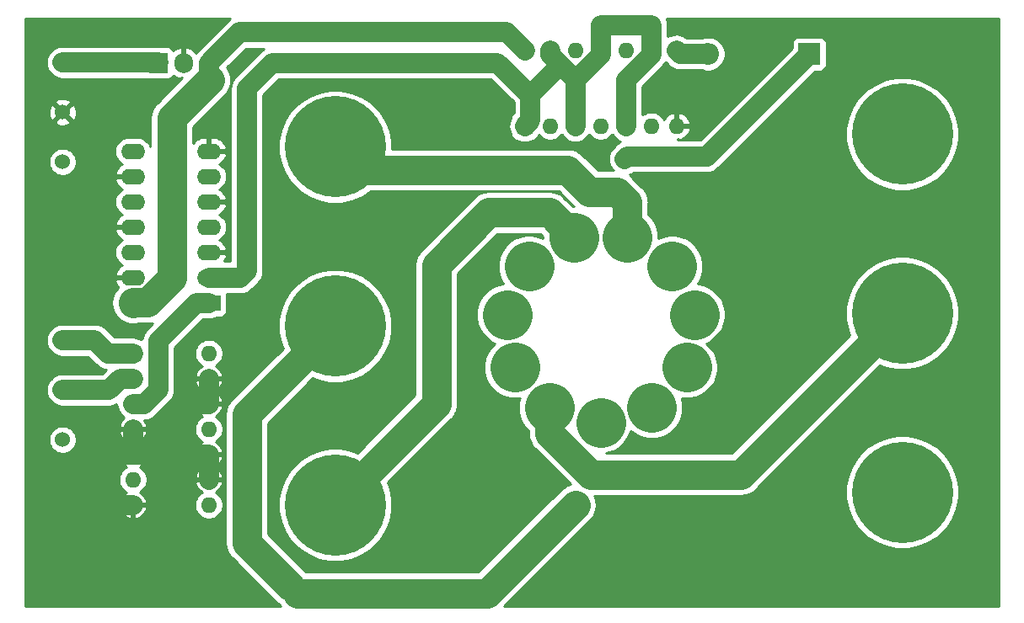
<source format=gbr>
%TF.GenerationSoftware,KiCad,Pcbnew,(5.1.5)-3*%
%TF.CreationDate,2020-11-20T20:56:07+01:00*%
%TF.ProjectId,PCB,5043422e-6b69-4636-9164-5f7063625858,rev?*%
%TF.SameCoordinates,Original*%
%TF.FileFunction,Copper,L1,Top*%
%TF.FilePolarity,Positive*%
%FSLAX46Y46*%
G04 Gerber Fmt 4.6, Leading zero omitted, Abs format (unit mm)*
G04 Created by KiCad (PCBNEW (5.1.5)-3) date 2020-11-20 20:56:07*
%MOMM*%
%LPD*%
G04 APERTURE LIST*
%TA.AperFunction,ComponentPad*%
%ADD10O,2.200000X2.200000*%
%TD*%
%TA.AperFunction,ComponentPad*%
%ADD11R,2.200000X2.200000*%
%TD*%
%TA.AperFunction,ComponentPad*%
%ADD12C,10.160000*%
%TD*%
%TA.AperFunction,ComponentPad*%
%ADD13O,2.400000X1.600000*%
%TD*%
%TA.AperFunction,ComponentPad*%
%ADD14R,2.400000X1.600000*%
%TD*%
%TA.AperFunction,ComponentPad*%
%ADD15O,1.600000X1.600000*%
%TD*%
%TA.AperFunction,ComponentPad*%
%ADD16R,1.600000X1.600000*%
%TD*%
%TA.AperFunction,ComponentPad*%
%ADD17O,1.905000X2.000000*%
%TD*%
%TA.AperFunction,ComponentPad*%
%ADD18R,1.905000X2.000000*%
%TD*%
%TA.AperFunction,ComponentPad*%
%ADD19C,5.000000*%
%TD*%
%TA.AperFunction,ComponentPad*%
%ADD20C,1.524000*%
%TD*%
%TA.AperFunction,ViaPad*%
%ADD21C,0.800000*%
%TD*%
%TA.AperFunction,Conductor*%
%ADD22C,2.000000*%
%TD*%
%TA.AperFunction,Conductor*%
%ADD23C,3.000000*%
%TD*%
%TA.AperFunction,Conductor*%
%ADD24C,0.254000*%
%TD*%
G04 APERTURE END LIST*
D10*
%TO.P,D1,2*%
%TO.N,Net-(D1-Pad2)*%
X165735000Y-23241000D03*
D11*
%TO.P,D1,1*%
%TO.N,+15V*%
X175895000Y-23241000D03*
%TD*%
D12*
%TO.P,J4,3*%
%TO.N,Net-(J4-Pad3)*%
X185240000Y-31300000D03*
%TO.P,J4,2*%
%TO.N,Net-(J4-Pad2)*%
X185240000Y-49300000D03*
%TO.P,J4,1*%
%TO.N,Net-(J4-Pad1)*%
X185240000Y-67300000D03*
%TD*%
D13*
%TO.P,U4,14*%
%TO.N,+5V*%
X107950000Y-48260000D03*
%TO.P,U4,7*%
%TO.N,GND*%
X115570000Y-33020000D03*
%TO.P,U4,13*%
X107950000Y-45720000D03*
%TO.P,U4,6*%
%TO.N,Net-(U4-Pad6)*%
X115570000Y-35560000D03*
%TO.P,U4,12*%
%TO.N,Net-(U4-Pad12)*%
X107950000Y-43180000D03*
%TO.P,U4,5*%
%TO.N,GND*%
X115570000Y-38100000D03*
%TO.P,U4,11*%
X107950000Y-40640000D03*
%TO.P,U4,4*%
%TO.N,Net-(U4-Pad4)*%
X115570000Y-40640000D03*
%TO.P,U4,10*%
%TO.N,Net-(U4-Pad10)*%
X107950000Y-38100000D03*
%TO.P,U4,3*%
%TO.N,GND*%
X115570000Y-43180000D03*
%TO.P,U4,9*%
X107950000Y-35560000D03*
%TO.P,U4,2*%
%TO.N,Net-(U3-Pad1)*%
X115570000Y-45720000D03*
%TO.P,U4,8*%
%TO.N,Net-(U4-Pad8)*%
X107950000Y-33020000D03*
D14*
%TO.P,U4,1*%
%TO.N,Net-(U2-Pad3)*%
X115570000Y-48260000D03*
%TD*%
D15*
%TO.P,U3,14*%
%TO.N,+5V*%
X147320000Y-22860000D03*
%TO.P,U3,7*%
%TO.N,GND*%
X162560000Y-30480000D03*
%TO.P,U3,13*%
%TO.N,Net-(U3-Pad1)*%
X149860000Y-22860000D03*
%TO.P,U3,6*%
%TO.N,Net-(D1-Pad2)*%
X160020000Y-30480000D03*
%TO.P,U3,12*%
X152400000Y-22860000D03*
%TO.P,U3,5*%
%TO.N,Net-(U3-Pad1)*%
X157480000Y-30480000D03*
%TO.P,U3,11*%
X154940000Y-22860000D03*
%TO.P,U3,4*%
%TO.N,Net-(D1-Pad2)*%
X154940000Y-30480000D03*
%TO.P,U3,10*%
X157480000Y-22860000D03*
%TO.P,U3,3*%
%TO.N,Net-(U3-Pad1)*%
X152400000Y-30480000D03*
%TO.P,U3,9*%
X160020000Y-22860000D03*
%TO.P,U3,2*%
%TO.N,Net-(D1-Pad2)*%
X149860000Y-30480000D03*
%TO.P,U3,8*%
X162560000Y-22860000D03*
D16*
%TO.P,U3,1*%
%TO.N,Net-(U3-Pad1)*%
X147320000Y-30480000D03*
%TD*%
D15*
%TO.P,U2,14*%
%TO.N,+5V*%
X115570000Y-53340000D03*
%TO.P,U2,7*%
%TO.N,GND*%
X107950000Y-68580000D03*
%TO.P,U2,13*%
X115570000Y-55880000D03*
%TO.P,U2,6*%
%TO.N,Net-(U2-Pad6)*%
X107950000Y-66040000D03*
%TO.P,U2,12*%
%TO.N,GND*%
X115570000Y-58420000D03*
%TO.P,U2,5*%
X107950000Y-63500000D03*
%TO.P,U2,11*%
%TO.N,Net-(U2-Pad11)*%
X115570000Y-60960000D03*
%TO.P,U2,4*%
%TO.N,GND*%
X107950000Y-60960000D03*
%TO.P,U2,10*%
X115570000Y-63500000D03*
%TO.P,U2,3*%
%TO.N,Net-(U2-Pad3)*%
X107950000Y-58420000D03*
%TO.P,U2,9*%
%TO.N,GND*%
X115570000Y-66040000D03*
%TO.P,U2,2*%
%TO.N,Net-(J2-Pad2)*%
X107950000Y-55880000D03*
%TO.P,U2,8*%
%TO.N,Net-(U2-Pad8)*%
X115570000Y-68580000D03*
D16*
%TO.P,U2,1*%
%TO.N,Net-(J2-Pad1)*%
X107950000Y-53340000D03*
%TD*%
D17*
%TO.P,U1,3*%
%TO.N,+5V*%
X115570000Y-24130000D03*
%TO.P,U1,2*%
%TO.N,GND*%
X113030000Y-24130000D03*
D18*
%TO.P,U1,1*%
%TO.N,+15V*%
X110490000Y-24130000D03*
%TD*%
D19*
%TO.P,Q1,11*%
%TO.N,Net-(J3-Pad1)*%
X152262963Y-41684987D02*
X152262963Y-41684987D01*
%TO.P,Q1,10*%
%TO.N,+15V*%
X147759985Y-44579279D02*
X147759985Y-44579279D01*
%TO.P,Q1,9*%
%TO.N,Net-(J4-Pad1)*%
X145536611Y-49448606D02*
X145536611Y-49448606D01*
%TO.P,Q1,8*%
%TO.N,Net-(R1-Pad8)*%
X146298747Y-54746991D02*
X146298747Y-54746991D01*
%TO.P,Q1,7*%
%TO.N,Net-(J4-Pad2)*%
X149804420Y-58792234D02*
X149804420Y-58792234D01*
%TO.P,Q1,6*%
%TO.N,Net-(J3-Pad2)*%
X154940602Y-60299999D02*
X154940602Y-60299999D01*
%TO.P,Q1,5*%
%TO.N,Net-(R1-Pad5)*%
X160076594Y-58791582D02*
X160076594Y-58791582D01*
%TO.P,Q1,4*%
%TO.N,Net-(R1-Pad4)*%
X163581754Y-54745894D02*
X163581754Y-54745894D01*
%TO.P,Q1,3*%
%TO.N,Net-(J4-Pad3)*%
X164343217Y-49447413D02*
X164343217Y-49447413D01*
%TO.P,Q1,2*%
%TO.N,Net-(D1-Pad2)*%
X162119226Y-44578368D02*
X162119226Y-44578368D01*
%TO.P,Q1,1*%
%TO.N,Net-(J3-Pad3)*%
X157615880Y-41684647D02*
X157615880Y-41684647D01*
%TD*%
D12*
%TO.P,J3,3*%
%TO.N,Net-(J3-Pad3)*%
X128270000Y-32580000D03*
%TO.P,J3,2*%
%TO.N,Net-(J3-Pad2)*%
X128270000Y-50580000D03*
%TO.P,J3,1*%
%TO.N,Net-(J3-Pad1)*%
X128270000Y-68580000D03*
%TD*%
D20*
%TO.P,J2,3*%
%TO.N,Net-(J2-Pad3)*%
X100890000Y-62030000D03*
%TO.P,J2,2*%
%TO.N,Net-(J2-Pad2)*%
X100890000Y-57030000D03*
%TO.P,J2,1*%
%TO.N,Net-(J2-Pad1)*%
X100890000Y-52030000D03*
%TD*%
%TO.P,J1,3*%
%TO.N,Net-(J1-Pad3)*%
X100890000Y-34090000D03*
%TO.P,J1,2*%
%TO.N,GND*%
X100890000Y-29090000D03*
%TO.P,J1,1*%
%TO.N,+15V*%
X100890000Y-24090000D03*
%TD*%
D21*
%TO.N,+15V*%
X157353000Y-33782000D03*
%TO.N,GND*%
X101520000Y-44140000D03*
%TO.N,Net-(J3-Pad2)*%
X152400000Y-68580000D03*
%TD*%
D22*
%TO.N,Net-(D1-Pad2)*%
X162941000Y-23241000D02*
X162560000Y-22860000D01*
X165735000Y-23241000D02*
X162941000Y-23241000D01*
%TO.N,+15V*%
X100890000Y-24090000D02*
X110490000Y-24090000D01*
X157607000Y-33528000D02*
X157353000Y-33782000D01*
X175895000Y-23241000D02*
X165608000Y-33528000D01*
X165608000Y-33528000D02*
X157607000Y-33528000D01*
%TO.N,GND*%
X115570000Y-55880000D02*
X115570000Y-58420000D01*
X107950000Y-60960000D02*
X107950000Y-63500000D01*
X107950000Y-63500000D02*
X106680000Y-63500000D01*
X106680000Y-63500000D02*
X105410000Y-64770000D01*
X105410000Y-64770000D02*
X105410000Y-68580000D01*
X105410000Y-68580000D02*
X107950000Y-68580000D01*
X115570000Y-63500000D02*
X115570000Y-66040000D01*
X115570000Y-58420000D02*
X113030000Y-58420000D01*
X113030000Y-58420000D02*
X111760000Y-59690000D01*
X111760000Y-59690000D02*
X111760000Y-63500000D01*
X107950000Y-63500000D02*
X111760000Y-63500000D01*
X111760000Y-63500000D02*
X115570000Y-63500000D01*
%TO.N,Net-(J2-Pad2)*%
X107950000Y-55880000D02*
X106680000Y-55880000D01*
X105530000Y-57030000D02*
X100890000Y-57030000D01*
X106680000Y-55880000D02*
X105530000Y-57030000D01*
%TO.N,Net-(J2-Pad1)*%
X100890000Y-52030000D02*
X104100000Y-52030000D01*
X105410000Y-53340000D02*
X107950000Y-53340000D01*
X104100000Y-52030000D02*
X105410000Y-53340000D01*
D23*
%TO.N,Net-(J3-Pad3)*%
X130590000Y-34900000D02*
X128270000Y-32580000D01*
X157615880Y-38149114D02*
X156550766Y-37084000D01*
X157615880Y-41684647D02*
X157615880Y-38149114D01*
X156550766Y-37084000D02*
X153797000Y-37084000D01*
X153797000Y-37084000D02*
X151613000Y-34900000D01*
X151613000Y-34900000D02*
X130590000Y-34900000D01*
D22*
%TO.N,Net-(J3-Pad2)*%
X152400000Y-68580000D02*
X152400000Y-68580000D01*
X152400000Y-68580000D02*
X152400000Y-68580000D01*
D23*
X119380000Y-59470000D02*
X119380000Y-72390000D01*
X128270000Y-50580000D02*
X119380000Y-59470000D01*
X119380000Y-72390000D02*
X123745000Y-76755000D01*
D22*
X123745000Y-76755000D02*
X124460000Y-77470000D01*
D23*
X143510000Y-77470000D02*
X152400000Y-68580000D01*
X124460000Y-77470000D02*
X143510000Y-77470000D01*
%TO.N,Net-(J3-Pad1)*%
X149762964Y-39184988D02*
X143695012Y-39184988D01*
X152262963Y-41684987D02*
X149762964Y-39184988D01*
X138430000Y-44450000D02*
X138430000Y-58420000D01*
X143695012Y-39184988D02*
X138430000Y-44450000D01*
X138430000Y-58420000D02*
X128270000Y-68580000D01*
%TO.N,Net-(J4-Pad2)*%
X153954601Y-65530000D02*
X149804420Y-61379819D01*
X149804420Y-61379819D02*
X149804420Y-58792234D01*
X185240000Y-49300000D02*
X169010000Y-65530000D01*
X169010000Y-65530000D02*
X153954601Y-65530000D01*
%TO.N,+5V*%
X107950000Y-48260000D02*
X107950000Y-48240000D01*
X107969990Y-48220010D02*
X109399990Y-48220010D01*
X107950000Y-48240000D02*
X107969990Y-48220010D01*
X109399990Y-48220010D02*
X111840000Y-45780000D01*
X111840000Y-45780000D02*
X111840000Y-29690000D01*
X111840000Y-29690000D02*
X115682510Y-25847490D01*
D22*
X115570000Y-25734980D02*
X115682510Y-25847490D01*
X115570000Y-24130000D02*
X115570000Y-25734980D01*
X115570000Y-24130000D02*
X118640000Y-21060000D01*
X145520000Y-21060000D02*
X147320000Y-22860000D01*
X118640000Y-21060000D02*
X145520000Y-21060000D01*
%TO.N,Net-(U2-Pad3)*%
X109081370Y-58420000D02*
X110490000Y-57011370D01*
X107950000Y-58420000D02*
X109081370Y-58420000D01*
X110490000Y-57011370D02*
X110490000Y-52070000D01*
X114300000Y-48260000D02*
X115570000Y-48260000D01*
X110490000Y-52070000D02*
X114300000Y-48260000D01*
%TO.N,Net-(U3-Pad1)*%
X154940000Y-23280002D02*
X154940000Y-22860000D01*
X152400000Y-25820002D02*
X154940000Y-23280002D01*
X152400000Y-30480000D02*
X152400000Y-25820002D01*
X157480000Y-25820002D02*
X160020000Y-23280002D01*
X160020000Y-23280002D02*
X160020000Y-22860000D01*
X157480000Y-30480000D02*
X157480000Y-25820002D01*
X149860000Y-22860000D02*
X149860000Y-23280002D01*
X147859999Y-29940001D02*
X147859999Y-27400001D01*
X147320000Y-30480000D02*
X147859999Y-29940001D01*
X149860000Y-23280002D02*
X150919999Y-24340001D01*
X147859999Y-27400001D02*
X150919999Y-24340001D01*
X150919999Y-24340001D02*
X152400000Y-25820002D01*
X160020000Y-22860000D02*
X160020000Y-20320000D01*
X160020000Y-20320000D02*
X154940000Y-20320000D01*
X154940000Y-20320000D02*
X154940000Y-22860000D01*
X118770000Y-45720000D02*
X119380000Y-45110000D01*
X115570000Y-45720000D02*
X118770000Y-45720000D01*
X119380000Y-26670000D02*
X121920000Y-24130000D01*
X119380000Y-45110000D02*
X119380000Y-26670000D01*
X144589998Y-24130000D02*
X147859999Y-27400001D01*
X121920000Y-24130000D02*
X144589998Y-24130000D01*
%TD*%
D24*
%TO.N,GND*%
G36*
X194920000Y-78760000D02*
G01*
X145239345Y-78760000D01*
X153983836Y-70015510D01*
X154183776Y-69771882D01*
X154382026Y-69400982D01*
X154504108Y-68998534D01*
X154545329Y-68580000D01*
X154504108Y-68161467D01*
X154382026Y-67759018D01*
X154331772Y-67665000D01*
X168905128Y-67665000D01*
X169010000Y-67675329D01*
X169114872Y-67665000D01*
X169114882Y-67665000D01*
X169428533Y-67634108D01*
X169830982Y-67512026D01*
X170201881Y-67313777D01*
X170526977Y-67046977D01*
X170593837Y-66965508D01*
X170822223Y-66737122D01*
X179525000Y-66737122D01*
X179525000Y-67862878D01*
X179744625Y-68967004D01*
X180175433Y-70007067D01*
X180800870Y-70943100D01*
X181596900Y-71739130D01*
X182532933Y-72364567D01*
X183572996Y-72795375D01*
X184677122Y-73015000D01*
X185802878Y-73015000D01*
X186907004Y-72795375D01*
X187947067Y-72364567D01*
X188883100Y-71739130D01*
X189679130Y-70943100D01*
X190304567Y-70007067D01*
X190735375Y-68967004D01*
X190955000Y-67862878D01*
X190955000Y-66737122D01*
X190735375Y-65632996D01*
X190304567Y-64592933D01*
X189679130Y-63656900D01*
X188883100Y-62860870D01*
X187947067Y-62235433D01*
X186907004Y-61804625D01*
X185802878Y-61585000D01*
X184677122Y-61585000D01*
X183572996Y-61804625D01*
X182532933Y-62235433D01*
X181596900Y-62860870D01*
X180800870Y-63656900D01*
X180175433Y-64592933D01*
X179744625Y-65632996D01*
X179525000Y-66737122D01*
X170822223Y-66737122D01*
X183000929Y-54558417D01*
X183572996Y-54795375D01*
X184677122Y-55015000D01*
X185802878Y-55015000D01*
X186907004Y-54795375D01*
X187947067Y-54364567D01*
X188883100Y-53739130D01*
X189679130Y-52943100D01*
X190304567Y-52007067D01*
X190735375Y-50967004D01*
X190955000Y-49862878D01*
X190955000Y-48737122D01*
X190735375Y-47632996D01*
X190304567Y-46592933D01*
X189679130Y-45656900D01*
X188883100Y-44860870D01*
X187947067Y-44235433D01*
X186907004Y-43804625D01*
X185802878Y-43585000D01*
X184677122Y-43585000D01*
X183572996Y-43804625D01*
X182532933Y-44235433D01*
X181596900Y-44860870D01*
X180800870Y-45656900D01*
X180175433Y-46592933D01*
X179744625Y-47632996D01*
X179525000Y-48737122D01*
X179525000Y-49862878D01*
X179744625Y-50967004D01*
X179981583Y-51539071D01*
X168125655Y-63395000D01*
X155450462Y-63395000D01*
X155855048Y-63314523D01*
X156425581Y-63078200D01*
X156939048Y-62735113D01*
X157375716Y-62298445D01*
X157718803Y-61784978D01*
X157955126Y-61214445D01*
X157973504Y-61122052D01*
X158078148Y-61226696D01*
X158591615Y-61569783D01*
X159162148Y-61806106D01*
X159767823Y-61926582D01*
X160385365Y-61926582D01*
X160991040Y-61806106D01*
X161561573Y-61569783D01*
X162075040Y-61226696D01*
X162511708Y-60790028D01*
X162854795Y-60276561D01*
X163091118Y-59706028D01*
X163211594Y-59100353D01*
X163211594Y-58482811D01*
X163091118Y-57877136D01*
X163076485Y-57841808D01*
X163272983Y-57880894D01*
X163890525Y-57880894D01*
X164496200Y-57760418D01*
X165066733Y-57524095D01*
X165580200Y-57181008D01*
X166016868Y-56744340D01*
X166359955Y-56230873D01*
X166596278Y-55660340D01*
X166716754Y-55054665D01*
X166716754Y-54437123D01*
X166596278Y-53831448D01*
X166359955Y-53260915D01*
X166016868Y-52747448D01*
X165592615Y-52323195D01*
X165828196Y-52225614D01*
X166341663Y-51882527D01*
X166778331Y-51445859D01*
X167121418Y-50932392D01*
X167357741Y-50361859D01*
X167478217Y-49756184D01*
X167478217Y-49138642D01*
X167357741Y-48532967D01*
X167121418Y-47962434D01*
X166778331Y-47448967D01*
X166341663Y-47012299D01*
X165828196Y-46669212D01*
X165257663Y-46432889D01*
X164721737Y-46326287D01*
X164897427Y-46063347D01*
X165133750Y-45492814D01*
X165254226Y-44887139D01*
X165254226Y-44269597D01*
X165133750Y-43663922D01*
X164897427Y-43093389D01*
X164554340Y-42579922D01*
X164117672Y-42143254D01*
X163604205Y-41800167D01*
X163033672Y-41563844D01*
X162427997Y-41443368D01*
X161810455Y-41443368D01*
X161204780Y-41563844D01*
X160750880Y-41751856D01*
X160750880Y-41375876D01*
X160630404Y-40770201D01*
X160394081Y-40199668D01*
X160050994Y-39686201D01*
X159750880Y-39386087D01*
X159750880Y-38253988D01*
X159761209Y-38149114D01*
X159750880Y-38044239D01*
X159750880Y-38044232D01*
X159719988Y-37730581D01*
X159701060Y-37668182D01*
X159597906Y-37328132D01*
X159531001Y-37202962D01*
X159399657Y-36957233D01*
X159132857Y-36632137D01*
X159051383Y-36565273D01*
X158134604Y-35648493D01*
X158067743Y-35567023D01*
X157806835Y-35352901D01*
X157981714Y-35299852D01*
X158237745Y-35163000D01*
X165527681Y-35163000D01*
X165608000Y-35170911D01*
X165688319Y-35163000D01*
X165688322Y-35163000D01*
X165928516Y-35139343D01*
X166236715Y-35045852D01*
X166520752Y-34894031D01*
X166769714Y-34689714D01*
X166820925Y-34627313D01*
X170711116Y-30737122D01*
X179525000Y-30737122D01*
X179525000Y-31862878D01*
X179744625Y-32967004D01*
X180175433Y-34007067D01*
X180800870Y-34943100D01*
X181596900Y-35739130D01*
X182532933Y-36364567D01*
X183572996Y-36795375D01*
X184677122Y-37015000D01*
X185802878Y-37015000D01*
X186907004Y-36795375D01*
X187947067Y-36364567D01*
X188883100Y-35739130D01*
X189679130Y-34943100D01*
X190304567Y-34007067D01*
X190735375Y-32967004D01*
X190955000Y-31862878D01*
X190955000Y-30737122D01*
X190735375Y-29632996D01*
X190304567Y-28592933D01*
X189679130Y-27656900D01*
X188883100Y-26860870D01*
X187947067Y-26235433D01*
X186907004Y-25804625D01*
X185802878Y-25585000D01*
X184677122Y-25585000D01*
X183572996Y-25804625D01*
X182532933Y-26235433D01*
X181596900Y-26860870D01*
X180800870Y-27656900D01*
X180175433Y-28592933D01*
X179744625Y-29632996D01*
X179525000Y-30737122D01*
X170711116Y-30737122D01*
X176469167Y-24979072D01*
X176995000Y-24979072D01*
X177119482Y-24966812D01*
X177239180Y-24930502D01*
X177349494Y-24871537D01*
X177446185Y-24792185D01*
X177525537Y-24695494D01*
X177584502Y-24585180D01*
X177620812Y-24465482D01*
X177633072Y-24341000D01*
X177633072Y-22141000D01*
X177620812Y-22016518D01*
X177584502Y-21896820D01*
X177525537Y-21786506D01*
X177446185Y-21689815D01*
X177349494Y-21610463D01*
X177239180Y-21551498D01*
X177119482Y-21515188D01*
X176995000Y-21502928D01*
X174795000Y-21502928D01*
X174670518Y-21515188D01*
X174550820Y-21551498D01*
X174440506Y-21610463D01*
X174343815Y-21689815D01*
X174264463Y-21786506D01*
X174205498Y-21896820D01*
X174169188Y-22016518D01*
X174156928Y-22141000D01*
X174156928Y-22666833D01*
X164930762Y-31893000D01*
X162687002Y-31893000D01*
X162687002Y-31749916D01*
X162909039Y-31871904D01*
X163043087Y-31831246D01*
X163297420Y-31711037D01*
X163523414Y-31543519D01*
X163712385Y-31335131D01*
X163857070Y-31093881D01*
X163951909Y-30829040D01*
X163830624Y-30607000D01*
X162687000Y-30607000D01*
X162687000Y-30627000D01*
X162433000Y-30627000D01*
X162433000Y-30607000D01*
X162413000Y-30607000D01*
X162413000Y-30353000D01*
X162433000Y-30353000D01*
X162433000Y-29210085D01*
X162687000Y-29210085D01*
X162687000Y-30353000D01*
X163830624Y-30353000D01*
X163951909Y-30130960D01*
X163857070Y-29866119D01*
X163712385Y-29624869D01*
X163523414Y-29416481D01*
X163297420Y-29248963D01*
X163043087Y-29128754D01*
X162909039Y-29088096D01*
X162687000Y-29210085D01*
X162433000Y-29210085D01*
X162210961Y-29088096D01*
X162076913Y-29128754D01*
X161822580Y-29248963D01*
X161596586Y-29416481D01*
X161407615Y-29624869D01*
X161296067Y-29810865D01*
X161291680Y-29800273D01*
X161134637Y-29565241D01*
X160934759Y-29365363D01*
X160699727Y-29208320D01*
X160438574Y-29100147D01*
X160161335Y-29045000D01*
X159878665Y-29045000D01*
X159601426Y-29100147D01*
X159340273Y-29208320D01*
X159115000Y-29358842D01*
X159115000Y-26497240D01*
X161119320Y-24492921D01*
X161181714Y-24441716D01*
X161386031Y-24192754D01*
X161453775Y-24066013D01*
X161728075Y-24340313D01*
X161779286Y-24402714D01*
X162028248Y-24607031D01*
X162312285Y-24758852D01*
X162620484Y-24852343D01*
X162860678Y-24876000D01*
X162860680Y-24876000D01*
X162940999Y-24883911D01*
X163021319Y-24876000D01*
X165148465Y-24876000D01*
X165228919Y-24909325D01*
X165564117Y-24976000D01*
X165905883Y-24976000D01*
X166241081Y-24909325D01*
X166556831Y-24778537D01*
X166840998Y-24588663D01*
X167082663Y-24346998D01*
X167272537Y-24062831D01*
X167403325Y-23747081D01*
X167470000Y-23411883D01*
X167470000Y-23070117D01*
X167403325Y-22734919D01*
X167272537Y-22419169D01*
X167082663Y-22135002D01*
X166840998Y-21893337D01*
X166556831Y-21703463D01*
X166241081Y-21572675D01*
X165905883Y-21506000D01*
X165564117Y-21506000D01*
X165228919Y-21572675D01*
X165148465Y-21606000D01*
X163609261Y-21606000D01*
X163472752Y-21493970D01*
X163188714Y-21342148D01*
X162880516Y-21248658D01*
X162560000Y-21217089D01*
X162239484Y-21248658D01*
X161931286Y-21342148D01*
X161655000Y-21489826D01*
X161655000Y-20400322D01*
X161662911Y-20320000D01*
X161631343Y-19999484D01*
X161543529Y-19710000D01*
X194920001Y-19710000D01*
X194920000Y-78760000D01*
G37*
X194920000Y-78760000D02*
X145239345Y-78760000D01*
X153983836Y-70015510D01*
X154183776Y-69771882D01*
X154382026Y-69400982D01*
X154504108Y-68998534D01*
X154545329Y-68580000D01*
X154504108Y-68161467D01*
X154382026Y-67759018D01*
X154331772Y-67665000D01*
X168905128Y-67665000D01*
X169010000Y-67675329D01*
X169114872Y-67665000D01*
X169114882Y-67665000D01*
X169428533Y-67634108D01*
X169830982Y-67512026D01*
X170201881Y-67313777D01*
X170526977Y-67046977D01*
X170593837Y-66965508D01*
X170822223Y-66737122D01*
X179525000Y-66737122D01*
X179525000Y-67862878D01*
X179744625Y-68967004D01*
X180175433Y-70007067D01*
X180800870Y-70943100D01*
X181596900Y-71739130D01*
X182532933Y-72364567D01*
X183572996Y-72795375D01*
X184677122Y-73015000D01*
X185802878Y-73015000D01*
X186907004Y-72795375D01*
X187947067Y-72364567D01*
X188883100Y-71739130D01*
X189679130Y-70943100D01*
X190304567Y-70007067D01*
X190735375Y-68967004D01*
X190955000Y-67862878D01*
X190955000Y-66737122D01*
X190735375Y-65632996D01*
X190304567Y-64592933D01*
X189679130Y-63656900D01*
X188883100Y-62860870D01*
X187947067Y-62235433D01*
X186907004Y-61804625D01*
X185802878Y-61585000D01*
X184677122Y-61585000D01*
X183572996Y-61804625D01*
X182532933Y-62235433D01*
X181596900Y-62860870D01*
X180800870Y-63656900D01*
X180175433Y-64592933D01*
X179744625Y-65632996D01*
X179525000Y-66737122D01*
X170822223Y-66737122D01*
X183000929Y-54558417D01*
X183572996Y-54795375D01*
X184677122Y-55015000D01*
X185802878Y-55015000D01*
X186907004Y-54795375D01*
X187947067Y-54364567D01*
X188883100Y-53739130D01*
X189679130Y-52943100D01*
X190304567Y-52007067D01*
X190735375Y-50967004D01*
X190955000Y-49862878D01*
X190955000Y-48737122D01*
X190735375Y-47632996D01*
X190304567Y-46592933D01*
X189679130Y-45656900D01*
X188883100Y-44860870D01*
X187947067Y-44235433D01*
X186907004Y-43804625D01*
X185802878Y-43585000D01*
X184677122Y-43585000D01*
X183572996Y-43804625D01*
X182532933Y-44235433D01*
X181596900Y-44860870D01*
X180800870Y-45656900D01*
X180175433Y-46592933D01*
X179744625Y-47632996D01*
X179525000Y-48737122D01*
X179525000Y-49862878D01*
X179744625Y-50967004D01*
X179981583Y-51539071D01*
X168125655Y-63395000D01*
X155450462Y-63395000D01*
X155855048Y-63314523D01*
X156425581Y-63078200D01*
X156939048Y-62735113D01*
X157375716Y-62298445D01*
X157718803Y-61784978D01*
X157955126Y-61214445D01*
X157973504Y-61122052D01*
X158078148Y-61226696D01*
X158591615Y-61569783D01*
X159162148Y-61806106D01*
X159767823Y-61926582D01*
X160385365Y-61926582D01*
X160991040Y-61806106D01*
X161561573Y-61569783D01*
X162075040Y-61226696D01*
X162511708Y-60790028D01*
X162854795Y-60276561D01*
X163091118Y-59706028D01*
X163211594Y-59100353D01*
X163211594Y-58482811D01*
X163091118Y-57877136D01*
X163076485Y-57841808D01*
X163272983Y-57880894D01*
X163890525Y-57880894D01*
X164496200Y-57760418D01*
X165066733Y-57524095D01*
X165580200Y-57181008D01*
X166016868Y-56744340D01*
X166359955Y-56230873D01*
X166596278Y-55660340D01*
X166716754Y-55054665D01*
X166716754Y-54437123D01*
X166596278Y-53831448D01*
X166359955Y-53260915D01*
X166016868Y-52747448D01*
X165592615Y-52323195D01*
X165828196Y-52225614D01*
X166341663Y-51882527D01*
X166778331Y-51445859D01*
X167121418Y-50932392D01*
X167357741Y-50361859D01*
X167478217Y-49756184D01*
X167478217Y-49138642D01*
X167357741Y-48532967D01*
X167121418Y-47962434D01*
X166778331Y-47448967D01*
X166341663Y-47012299D01*
X165828196Y-46669212D01*
X165257663Y-46432889D01*
X164721737Y-46326287D01*
X164897427Y-46063347D01*
X165133750Y-45492814D01*
X165254226Y-44887139D01*
X165254226Y-44269597D01*
X165133750Y-43663922D01*
X164897427Y-43093389D01*
X164554340Y-42579922D01*
X164117672Y-42143254D01*
X163604205Y-41800167D01*
X163033672Y-41563844D01*
X162427997Y-41443368D01*
X161810455Y-41443368D01*
X161204780Y-41563844D01*
X160750880Y-41751856D01*
X160750880Y-41375876D01*
X160630404Y-40770201D01*
X160394081Y-40199668D01*
X160050994Y-39686201D01*
X159750880Y-39386087D01*
X159750880Y-38253988D01*
X159761209Y-38149114D01*
X159750880Y-38044239D01*
X159750880Y-38044232D01*
X159719988Y-37730581D01*
X159701060Y-37668182D01*
X159597906Y-37328132D01*
X159531001Y-37202962D01*
X159399657Y-36957233D01*
X159132857Y-36632137D01*
X159051383Y-36565273D01*
X158134604Y-35648493D01*
X158067743Y-35567023D01*
X157806835Y-35352901D01*
X157981714Y-35299852D01*
X158237745Y-35163000D01*
X165527681Y-35163000D01*
X165608000Y-35170911D01*
X165688319Y-35163000D01*
X165688322Y-35163000D01*
X165928516Y-35139343D01*
X166236715Y-35045852D01*
X166520752Y-34894031D01*
X166769714Y-34689714D01*
X166820925Y-34627313D01*
X170711116Y-30737122D01*
X179525000Y-30737122D01*
X179525000Y-31862878D01*
X179744625Y-32967004D01*
X180175433Y-34007067D01*
X180800870Y-34943100D01*
X181596900Y-35739130D01*
X182532933Y-36364567D01*
X183572996Y-36795375D01*
X184677122Y-37015000D01*
X185802878Y-37015000D01*
X186907004Y-36795375D01*
X187947067Y-36364567D01*
X188883100Y-35739130D01*
X189679130Y-34943100D01*
X190304567Y-34007067D01*
X190735375Y-32967004D01*
X190955000Y-31862878D01*
X190955000Y-30737122D01*
X190735375Y-29632996D01*
X190304567Y-28592933D01*
X189679130Y-27656900D01*
X188883100Y-26860870D01*
X187947067Y-26235433D01*
X186907004Y-25804625D01*
X185802878Y-25585000D01*
X184677122Y-25585000D01*
X183572996Y-25804625D01*
X182532933Y-26235433D01*
X181596900Y-26860870D01*
X180800870Y-27656900D01*
X180175433Y-28592933D01*
X179744625Y-29632996D01*
X179525000Y-30737122D01*
X170711116Y-30737122D01*
X176469167Y-24979072D01*
X176995000Y-24979072D01*
X177119482Y-24966812D01*
X177239180Y-24930502D01*
X177349494Y-24871537D01*
X177446185Y-24792185D01*
X177525537Y-24695494D01*
X177584502Y-24585180D01*
X177620812Y-24465482D01*
X177633072Y-24341000D01*
X177633072Y-22141000D01*
X177620812Y-22016518D01*
X177584502Y-21896820D01*
X177525537Y-21786506D01*
X177446185Y-21689815D01*
X177349494Y-21610463D01*
X177239180Y-21551498D01*
X177119482Y-21515188D01*
X176995000Y-21502928D01*
X174795000Y-21502928D01*
X174670518Y-21515188D01*
X174550820Y-21551498D01*
X174440506Y-21610463D01*
X174343815Y-21689815D01*
X174264463Y-21786506D01*
X174205498Y-21896820D01*
X174169188Y-22016518D01*
X174156928Y-22141000D01*
X174156928Y-22666833D01*
X164930762Y-31893000D01*
X162687002Y-31893000D01*
X162687002Y-31749916D01*
X162909039Y-31871904D01*
X163043087Y-31831246D01*
X163297420Y-31711037D01*
X163523414Y-31543519D01*
X163712385Y-31335131D01*
X163857070Y-31093881D01*
X163951909Y-30829040D01*
X163830624Y-30607000D01*
X162687000Y-30607000D01*
X162687000Y-30627000D01*
X162433000Y-30627000D01*
X162433000Y-30607000D01*
X162413000Y-30607000D01*
X162413000Y-30353000D01*
X162433000Y-30353000D01*
X162433000Y-29210085D01*
X162687000Y-29210085D01*
X162687000Y-30353000D01*
X163830624Y-30353000D01*
X163951909Y-30130960D01*
X163857070Y-29866119D01*
X163712385Y-29624869D01*
X163523414Y-29416481D01*
X163297420Y-29248963D01*
X163043087Y-29128754D01*
X162909039Y-29088096D01*
X162687000Y-29210085D01*
X162433000Y-29210085D01*
X162210961Y-29088096D01*
X162076913Y-29128754D01*
X161822580Y-29248963D01*
X161596586Y-29416481D01*
X161407615Y-29624869D01*
X161296067Y-29810865D01*
X161291680Y-29800273D01*
X161134637Y-29565241D01*
X160934759Y-29365363D01*
X160699727Y-29208320D01*
X160438574Y-29100147D01*
X160161335Y-29045000D01*
X159878665Y-29045000D01*
X159601426Y-29100147D01*
X159340273Y-29208320D01*
X159115000Y-29358842D01*
X159115000Y-26497240D01*
X161119320Y-24492921D01*
X161181714Y-24441716D01*
X161386031Y-24192754D01*
X161453775Y-24066013D01*
X161728075Y-24340313D01*
X161779286Y-24402714D01*
X162028248Y-24607031D01*
X162312285Y-24758852D01*
X162620484Y-24852343D01*
X162860678Y-24876000D01*
X162860680Y-24876000D01*
X162940999Y-24883911D01*
X163021319Y-24876000D01*
X165148465Y-24876000D01*
X165228919Y-24909325D01*
X165564117Y-24976000D01*
X165905883Y-24976000D01*
X166241081Y-24909325D01*
X166556831Y-24778537D01*
X166840998Y-24588663D01*
X167082663Y-24346998D01*
X167272537Y-24062831D01*
X167403325Y-23747081D01*
X167470000Y-23411883D01*
X167470000Y-23070117D01*
X167403325Y-22734919D01*
X167272537Y-22419169D01*
X167082663Y-22135002D01*
X166840998Y-21893337D01*
X166556831Y-21703463D01*
X166241081Y-21572675D01*
X165905883Y-21506000D01*
X165564117Y-21506000D01*
X165228919Y-21572675D01*
X165148465Y-21606000D01*
X163609261Y-21606000D01*
X163472752Y-21493970D01*
X163188714Y-21342148D01*
X162880516Y-21248658D01*
X162560000Y-21217089D01*
X162239484Y-21248658D01*
X161931286Y-21342148D01*
X161655000Y-21489826D01*
X161655000Y-20400322D01*
X161662911Y-20320000D01*
X161631343Y-19999484D01*
X161543529Y-19710000D01*
X194920001Y-19710000D01*
X194920000Y-78760000D01*
G36*
X117478286Y-19898286D02*
G01*
X117427084Y-19960676D01*
X114470686Y-22917076D01*
X114408286Y-22968286D01*
X114283480Y-23120363D01*
X114139437Y-22948685D01*
X113896923Y-22754031D01*
X113621094Y-22610429D01*
X113402980Y-22539437D01*
X113157000Y-22659406D01*
X113157000Y-24003000D01*
X113177000Y-24003000D01*
X113177000Y-24257000D01*
X113157000Y-24257000D01*
X113157000Y-24277000D01*
X112903000Y-24277000D01*
X112903000Y-24257000D01*
X112883000Y-24257000D01*
X112883000Y-24003000D01*
X112903000Y-24003000D01*
X112903000Y-22659406D01*
X112657020Y-22539437D01*
X112438906Y-22610429D01*
X112163077Y-22754031D01*
X112022059Y-22867219D01*
X111973037Y-22775506D01*
X111893685Y-22678815D01*
X111796994Y-22599463D01*
X111686680Y-22540498D01*
X111566982Y-22504188D01*
X111442500Y-22491928D01*
X110854265Y-22491928D01*
X110810516Y-22478657D01*
X110570322Y-22455000D01*
X100809678Y-22455000D01*
X100569484Y-22478657D01*
X100261285Y-22572148D01*
X99977248Y-22723969D01*
X99728286Y-22928286D01*
X99523969Y-23177248D01*
X99372148Y-23461285D01*
X99278657Y-23769484D01*
X99247089Y-24090000D01*
X99278657Y-24410516D01*
X99372148Y-24718715D01*
X99523969Y-25002752D01*
X99728286Y-25251714D01*
X99977248Y-25456031D01*
X100261285Y-25607852D01*
X100569484Y-25701343D01*
X100809678Y-25725000D01*
X109311444Y-25725000D01*
X109413018Y-25755812D01*
X109537500Y-25768072D01*
X111442500Y-25768072D01*
X111566982Y-25755812D01*
X111686680Y-25719502D01*
X111796994Y-25660537D01*
X111893685Y-25581185D01*
X111973037Y-25484494D01*
X112022059Y-25392781D01*
X112163077Y-25505969D01*
X112438906Y-25649571D01*
X112657020Y-25720563D01*
X112902998Y-25600595D01*
X112902998Y-25607656D01*
X110404487Y-28106168D01*
X110323024Y-28173023D01*
X110256168Y-28254487D01*
X110256165Y-28254490D01*
X110056224Y-28498119D01*
X109857975Y-28869018D01*
X109735893Y-29271467D01*
X109694671Y-29690000D01*
X109705001Y-29794882D01*
X109705001Y-32543416D01*
X109682182Y-32468192D01*
X109548932Y-32218899D01*
X109369608Y-32000392D01*
X109151101Y-31821068D01*
X108901808Y-31687818D01*
X108631309Y-31605764D01*
X108420492Y-31585000D01*
X107479508Y-31585000D01*
X107268691Y-31605764D01*
X106998192Y-31687818D01*
X106748899Y-31821068D01*
X106530392Y-32000392D01*
X106351068Y-32218899D01*
X106217818Y-32468192D01*
X106135764Y-32738691D01*
X106108057Y-33020000D01*
X106135764Y-33301309D01*
X106217818Y-33571808D01*
X106351068Y-33821101D01*
X106530392Y-34039608D01*
X106748899Y-34218932D01*
X106876741Y-34287265D01*
X106647161Y-34437399D01*
X106445500Y-34635105D01*
X106286285Y-34868354D01*
X106175633Y-35128182D01*
X106158096Y-35210961D01*
X106280085Y-35433000D01*
X107823000Y-35433000D01*
X107823000Y-35413000D01*
X108077000Y-35413000D01*
X108077000Y-35433000D01*
X108097000Y-35433000D01*
X108097000Y-35687000D01*
X108077000Y-35687000D01*
X108077000Y-35707000D01*
X107823000Y-35707000D01*
X107823000Y-35687000D01*
X106280085Y-35687000D01*
X106158096Y-35909039D01*
X106175633Y-35991818D01*
X106286285Y-36251646D01*
X106445500Y-36484895D01*
X106647161Y-36682601D01*
X106876741Y-36832735D01*
X106748899Y-36901068D01*
X106530392Y-37080392D01*
X106351068Y-37298899D01*
X106217818Y-37548192D01*
X106135764Y-37818691D01*
X106108057Y-38100000D01*
X106135764Y-38381309D01*
X106217818Y-38651808D01*
X106351068Y-38901101D01*
X106530392Y-39119608D01*
X106748899Y-39298932D01*
X106876741Y-39367265D01*
X106647161Y-39517399D01*
X106445500Y-39715105D01*
X106286285Y-39948354D01*
X106175633Y-40208182D01*
X106158096Y-40290961D01*
X106280085Y-40513000D01*
X107823000Y-40513000D01*
X107823000Y-40493000D01*
X108077000Y-40493000D01*
X108077000Y-40513000D01*
X108097000Y-40513000D01*
X108097000Y-40767000D01*
X108077000Y-40767000D01*
X108077000Y-40787000D01*
X107823000Y-40787000D01*
X107823000Y-40767000D01*
X106280085Y-40767000D01*
X106158096Y-40989039D01*
X106175633Y-41071818D01*
X106286285Y-41331646D01*
X106445500Y-41564895D01*
X106647161Y-41762601D01*
X106876741Y-41912735D01*
X106748899Y-41981068D01*
X106530392Y-42160392D01*
X106351068Y-42378899D01*
X106217818Y-42628192D01*
X106135764Y-42898691D01*
X106108057Y-43180000D01*
X106135764Y-43461309D01*
X106217818Y-43731808D01*
X106351068Y-43981101D01*
X106530392Y-44199608D01*
X106748899Y-44378932D01*
X106876741Y-44447265D01*
X106647161Y-44597399D01*
X106445500Y-44795105D01*
X106286285Y-45028354D01*
X106175633Y-45288182D01*
X106158096Y-45370961D01*
X106280085Y-45593000D01*
X107823000Y-45593000D01*
X107823000Y-45573000D01*
X108077000Y-45573000D01*
X108077000Y-45593000D01*
X108097000Y-45593000D01*
X108097000Y-45847000D01*
X108077000Y-45847000D01*
X108077000Y-45867000D01*
X107823000Y-45867000D01*
X107823000Y-45847000D01*
X106280085Y-45847000D01*
X106158096Y-46069039D01*
X106175633Y-46151818D01*
X106286285Y-46411646D01*
X106445500Y-46644895D01*
X106481203Y-46679898D01*
X106453013Y-46703033D01*
X106444002Y-46714012D01*
X106433023Y-46723023D01*
X106166223Y-47048119D01*
X105967974Y-47419018D01*
X105845892Y-47821467D01*
X105815000Y-48135118D01*
X105815000Y-48135128D01*
X105804671Y-48240000D01*
X105815000Y-48344872D01*
X105815000Y-48364881D01*
X105845892Y-48678532D01*
X105967974Y-49080981D01*
X106166223Y-49451881D01*
X106433023Y-49776977D01*
X106758119Y-50043777D01*
X107129018Y-50242026D01*
X107531467Y-50364108D01*
X107950000Y-50405330D01*
X108368532Y-50364108D01*
X108398524Y-50355010D01*
X109295118Y-50355010D01*
X109399990Y-50365339D01*
X109504862Y-50355010D01*
X109504872Y-50355010D01*
X109818523Y-50324118D01*
X109969417Y-50278345D01*
X109390682Y-50857080D01*
X109328287Y-50908286D01*
X109254223Y-50998534D01*
X109123970Y-51157248D01*
X108972148Y-51441286D01*
X108878658Y-51749484D01*
X108862551Y-51913013D01*
X108750000Y-51901928D01*
X108727973Y-51901928D01*
X108578715Y-51822148D01*
X108270516Y-51728657D01*
X108030322Y-51705000D01*
X106087239Y-51705000D01*
X105312924Y-50930686D01*
X105261714Y-50868286D01*
X105012752Y-50663969D01*
X104728715Y-50512148D01*
X104420516Y-50418657D01*
X104180322Y-50395000D01*
X104180319Y-50395000D01*
X104100000Y-50387089D01*
X104019681Y-50395000D01*
X100809678Y-50395000D01*
X100569484Y-50418657D01*
X100261285Y-50512148D01*
X99977248Y-50663969D01*
X99728286Y-50868286D01*
X99523969Y-51117248D01*
X99372148Y-51401285D01*
X99278657Y-51709484D01*
X99247089Y-52030000D01*
X99278657Y-52350516D01*
X99372148Y-52658715D01*
X99523969Y-52942752D01*
X99728286Y-53191714D01*
X99977248Y-53396031D01*
X100261285Y-53547852D01*
X100569484Y-53641343D01*
X100809678Y-53665000D01*
X103422762Y-53665000D01*
X104197079Y-54439318D01*
X104248286Y-54501714D01*
X104497248Y-54706031D01*
X104651752Y-54788615D01*
X104781285Y-54857852D01*
X105089483Y-54951343D01*
X105277864Y-54969897D01*
X104852761Y-55395000D01*
X100809678Y-55395000D01*
X100569484Y-55418657D01*
X100261285Y-55512148D01*
X99977248Y-55663969D01*
X99728286Y-55868286D01*
X99523969Y-56117248D01*
X99372148Y-56401285D01*
X99278657Y-56709484D01*
X99247089Y-57030000D01*
X99278657Y-57350516D01*
X99372148Y-57658715D01*
X99523969Y-57942752D01*
X99728286Y-58191714D01*
X99977248Y-58396031D01*
X100261285Y-58547852D01*
X100569484Y-58641343D01*
X100809678Y-58665000D01*
X105449681Y-58665000D01*
X105530000Y-58672911D01*
X105610319Y-58665000D01*
X105610322Y-58665000D01*
X105850516Y-58641343D01*
X106158715Y-58547852D01*
X106311631Y-58466117D01*
X106338657Y-58740516D01*
X106432148Y-59048715D01*
X106583969Y-59332752D01*
X106788286Y-59581714D01*
X107037248Y-59786031D01*
X107088476Y-59813413D01*
X106886481Y-59996586D01*
X106718963Y-60222580D01*
X106598754Y-60476913D01*
X106558096Y-60610961D01*
X106680085Y-60833000D01*
X107823000Y-60833000D01*
X107823000Y-60813000D01*
X108077000Y-60813000D01*
X108077000Y-60833000D01*
X109219915Y-60833000D01*
X109227790Y-60818665D01*
X114135000Y-60818665D01*
X114135000Y-61101335D01*
X114190147Y-61378574D01*
X114298320Y-61639727D01*
X114455363Y-61874759D01*
X114655241Y-62074637D01*
X114890273Y-62231680D01*
X114900865Y-62236067D01*
X114714869Y-62347615D01*
X114506481Y-62536586D01*
X114338963Y-62762580D01*
X114218754Y-63016913D01*
X114178096Y-63150961D01*
X114300085Y-63373000D01*
X115443000Y-63373000D01*
X115443000Y-63353000D01*
X115697000Y-63353000D01*
X115697000Y-63373000D01*
X116839915Y-63373000D01*
X116961904Y-63150961D01*
X116921246Y-63016913D01*
X116801037Y-62762580D01*
X116633519Y-62536586D01*
X116425131Y-62347615D01*
X116239135Y-62236067D01*
X116249727Y-62231680D01*
X116484759Y-62074637D01*
X116684637Y-61874759D01*
X116841680Y-61639727D01*
X116949853Y-61378574D01*
X117005000Y-61101335D01*
X117005000Y-60818665D01*
X116949853Y-60541426D01*
X116841680Y-60280273D01*
X116684637Y-60045241D01*
X116484759Y-59845363D01*
X116249727Y-59688320D01*
X116239135Y-59683933D01*
X116425131Y-59572385D01*
X116633519Y-59383414D01*
X116801037Y-59157420D01*
X116921246Y-58903087D01*
X116961904Y-58769039D01*
X116839915Y-58547000D01*
X115697000Y-58547000D01*
X115697000Y-58567000D01*
X115443000Y-58567000D01*
X115443000Y-58547000D01*
X114300085Y-58547000D01*
X114178096Y-58769039D01*
X114218754Y-58903087D01*
X114338963Y-59157420D01*
X114506481Y-59383414D01*
X114714869Y-59572385D01*
X114900865Y-59683933D01*
X114890273Y-59688320D01*
X114655241Y-59845363D01*
X114455363Y-60045241D01*
X114298320Y-60280273D01*
X114190147Y-60541426D01*
X114135000Y-60818665D01*
X109227790Y-60818665D01*
X109341904Y-60610961D01*
X109301246Y-60476913D01*
X109181037Y-60222580D01*
X109061211Y-60060925D01*
X109081370Y-60062911D01*
X109161689Y-60055000D01*
X109161692Y-60055000D01*
X109401886Y-60031343D01*
X109710085Y-59937852D01*
X109994122Y-59786031D01*
X110243084Y-59581714D01*
X110294294Y-59519314D01*
X111589325Y-58224285D01*
X111651714Y-58173084D01*
X111856031Y-57924122D01*
X112007852Y-57640085D01*
X112048148Y-57507248D01*
X112101343Y-57331887D01*
X112132911Y-57011370D01*
X112125000Y-56931048D01*
X112125000Y-56229039D01*
X114178096Y-56229039D01*
X114218754Y-56363087D01*
X114338963Y-56617420D01*
X114506481Y-56843414D01*
X114714869Y-57032385D01*
X114910982Y-57150000D01*
X114714869Y-57267615D01*
X114506481Y-57456586D01*
X114338963Y-57682580D01*
X114218754Y-57936913D01*
X114178096Y-58070961D01*
X114300085Y-58293000D01*
X115443000Y-58293000D01*
X115443000Y-56007000D01*
X115697000Y-56007000D01*
X115697000Y-58293000D01*
X116839915Y-58293000D01*
X116961904Y-58070961D01*
X116921246Y-57936913D01*
X116801037Y-57682580D01*
X116633519Y-57456586D01*
X116425131Y-57267615D01*
X116229018Y-57150000D01*
X116425131Y-57032385D01*
X116633519Y-56843414D01*
X116801037Y-56617420D01*
X116921246Y-56363087D01*
X116961904Y-56229039D01*
X116839915Y-56007000D01*
X115697000Y-56007000D01*
X115443000Y-56007000D01*
X114300085Y-56007000D01*
X114178096Y-56229039D01*
X112125000Y-56229039D01*
X112125000Y-53198665D01*
X114135000Y-53198665D01*
X114135000Y-53481335D01*
X114190147Y-53758574D01*
X114298320Y-54019727D01*
X114455363Y-54254759D01*
X114655241Y-54454637D01*
X114890273Y-54611680D01*
X114900865Y-54616067D01*
X114714869Y-54727615D01*
X114506481Y-54916586D01*
X114338963Y-55142580D01*
X114218754Y-55396913D01*
X114178096Y-55530961D01*
X114300085Y-55753000D01*
X115443000Y-55753000D01*
X115443000Y-55733000D01*
X115697000Y-55733000D01*
X115697000Y-55753000D01*
X116839915Y-55753000D01*
X116961904Y-55530961D01*
X116921246Y-55396913D01*
X116801037Y-55142580D01*
X116633519Y-54916586D01*
X116425131Y-54727615D01*
X116239135Y-54616067D01*
X116249727Y-54611680D01*
X116484759Y-54454637D01*
X116684637Y-54254759D01*
X116841680Y-54019727D01*
X116949853Y-53758574D01*
X117005000Y-53481335D01*
X117005000Y-53198665D01*
X116949853Y-52921426D01*
X116841680Y-52660273D01*
X116684637Y-52425241D01*
X116484759Y-52225363D01*
X116249727Y-52068320D01*
X115988574Y-51960147D01*
X115711335Y-51905000D01*
X115428665Y-51905000D01*
X115151426Y-51960147D01*
X114890273Y-52068320D01*
X114655241Y-52225363D01*
X114455363Y-52425241D01*
X114298320Y-52660273D01*
X114190147Y-52921426D01*
X114135000Y-53198665D01*
X112125000Y-53198665D01*
X112125000Y-52747238D01*
X114977240Y-49895000D01*
X115650322Y-49895000D01*
X115890516Y-49871343D01*
X116198715Y-49777852D01*
X116347973Y-49698072D01*
X116770000Y-49698072D01*
X116894482Y-49685812D01*
X117014180Y-49649502D01*
X117124494Y-49590537D01*
X117221185Y-49511185D01*
X117300537Y-49414494D01*
X117359502Y-49304180D01*
X117395812Y-49184482D01*
X117408072Y-49060000D01*
X117408072Y-47460000D01*
X117397731Y-47355000D01*
X118689681Y-47355000D01*
X118770000Y-47362911D01*
X118850319Y-47355000D01*
X118850322Y-47355000D01*
X119090516Y-47331343D01*
X119398715Y-47237852D01*
X119682752Y-47086031D01*
X119931714Y-46881714D01*
X119982925Y-46819313D01*
X120479314Y-46322924D01*
X120541714Y-46271714D01*
X120746031Y-46022752D01*
X120897852Y-45738715D01*
X120991343Y-45430516D01*
X121015000Y-45190322D01*
X121015000Y-45190320D01*
X121022911Y-45110001D01*
X121015000Y-45029681D01*
X121015000Y-27347238D01*
X122597239Y-25765000D01*
X143912760Y-25765000D01*
X146225000Y-28077241D01*
X146224999Y-29117663D01*
X146165506Y-29149463D01*
X146068815Y-29228815D01*
X145989463Y-29325506D01*
X145930498Y-29435820D01*
X145894188Y-29555518D01*
X145881928Y-29680000D01*
X145881928Y-29702029D01*
X145802148Y-29851286D01*
X145708658Y-30159484D01*
X145677089Y-30480000D01*
X145708658Y-30800516D01*
X145802148Y-31108714D01*
X145881928Y-31257971D01*
X145881928Y-31280000D01*
X145894188Y-31404482D01*
X145930498Y-31524180D01*
X145989463Y-31634494D01*
X146068815Y-31731185D01*
X146165506Y-31810537D01*
X146275820Y-31869502D01*
X146395518Y-31905812D01*
X146520000Y-31918072D01*
X146542029Y-31918072D01*
X146691286Y-31997852D01*
X146999484Y-32091342D01*
X147320000Y-32122911D01*
X147640516Y-32091342D01*
X147948714Y-31997852D01*
X148097971Y-31918072D01*
X148120000Y-31918072D01*
X148244482Y-31905812D01*
X148364180Y-31869502D01*
X148474494Y-31810537D01*
X148571185Y-31731185D01*
X148650537Y-31634494D01*
X148709502Y-31524180D01*
X148745812Y-31404482D01*
X148746643Y-31396039D01*
X148945241Y-31594637D01*
X149180273Y-31751680D01*
X149441426Y-31859853D01*
X149718665Y-31915000D01*
X150001335Y-31915000D01*
X150278574Y-31859853D01*
X150539727Y-31751680D01*
X150774759Y-31594637D01*
X150974637Y-31394759D01*
X151008196Y-31344534D01*
X151033969Y-31392751D01*
X151238286Y-31641714D01*
X151487248Y-31846031D01*
X151771285Y-31997852D01*
X152079484Y-32091343D01*
X152400000Y-32122911D01*
X152720515Y-32091343D01*
X153028714Y-31997852D01*
X153312751Y-31846031D01*
X153561714Y-31641714D01*
X153766031Y-31392752D01*
X153791804Y-31344534D01*
X153825363Y-31394759D01*
X154025241Y-31594637D01*
X154260273Y-31751680D01*
X154521426Y-31859853D01*
X154798665Y-31915000D01*
X155081335Y-31915000D01*
X155358574Y-31859853D01*
X155619727Y-31751680D01*
X155854759Y-31594637D01*
X156054637Y-31394759D01*
X156088196Y-31344534D01*
X156113969Y-31392751D01*
X156318286Y-31641714D01*
X156567248Y-31846031D01*
X156851285Y-31997852D01*
X156946980Y-32026881D01*
X156694248Y-32161969D01*
X156445286Y-32366286D01*
X156394075Y-32428687D01*
X156140085Y-32682677D01*
X155986970Y-32869248D01*
X155835148Y-33153286D01*
X155741658Y-33461484D01*
X155710089Y-33782000D01*
X155741658Y-34102516D01*
X155835148Y-34410714D01*
X155986970Y-34694752D01*
X156191287Y-34943713D01*
X156197729Y-34949000D01*
X154681346Y-34949000D01*
X153196837Y-33464492D01*
X153129977Y-33383023D01*
X152804881Y-33116223D01*
X152433982Y-32917974D01*
X152031533Y-32795892D01*
X151717882Y-32765000D01*
X151717872Y-32765000D01*
X151613000Y-32754671D01*
X151508128Y-32765000D01*
X133985000Y-32765000D01*
X133985000Y-32017122D01*
X133765375Y-30912996D01*
X133334567Y-29872933D01*
X132709130Y-28936900D01*
X131913100Y-28140870D01*
X130977067Y-27515433D01*
X129937004Y-27084625D01*
X128832878Y-26865000D01*
X127707122Y-26865000D01*
X126602996Y-27084625D01*
X125562933Y-27515433D01*
X124626900Y-28140870D01*
X123830870Y-28936900D01*
X123205433Y-29872933D01*
X122774625Y-30912996D01*
X122555000Y-32017122D01*
X122555000Y-33142878D01*
X122774625Y-34247004D01*
X123205433Y-35287067D01*
X123830870Y-36223100D01*
X124626900Y-37019130D01*
X125562933Y-37644567D01*
X126602996Y-38075375D01*
X127707122Y-38295000D01*
X128832878Y-38295000D01*
X129937004Y-38075375D01*
X130977067Y-37644567D01*
X131889349Y-37035000D01*
X150728655Y-37035000D01*
X152213167Y-38519513D01*
X152238176Y-38549987D01*
X152147308Y-38549987D01*
X151346801Y-37749480D01*
X151279941Y-37668011D01*
X150954845Y-37401211D01*
X150583946Y-37202962D01*
X150181497Y-37080880D01*
X149867846Y-37049988D01*
X149867836Y-37049988D01*
X149762964Y-37039659D01*
X149658092Y-37049988D01*
X143799883Y-37049988D01*
X143695011Y-37039659D01*
X143590139Y-37049988D01*
X143590130Y-37049988D01*
X143276479Y-37080880D01*
X142874030Y-37202962D01*
X142503131Y-37401211D01*
X142503129Y-37401212D01*
X142503130Y-37401212D01*
X142259501Y-37601153D01*
X142259499Y-37601155D01*
X142178035Y-37668011D01*
X142111179Y-37749475D01*
X136994492Y-42866163D01*
X136913023Y-42933023D01*
X136646223Y-43258119D01*
X136447974Y-43629019D01*
X136325892Y-44031468D01*
X136295000Y-44345119D01*
X136295000Y-44345128D01*
X136284671Y-44450000D01*
X136295000Y-44554872D01*
X136295001Y-57535653D01*
X130509072Y-63321583D01*
X129937004Y-63084625D01*
X128832878Y-62865000D01*
X127707122Y-62865000D01*
X126602996Y-63084625D01*
X125562933Y-63515433D01*
X124626900Y-64140870D01*
X123830870Y-64936900D01*
X123205433Y-65872933D01*
X122774625Y-66912996D01*
X122555000Y-68017122D01*
X122555000Y-69142878D01*
X122774625Y-70247004D01*
X123205433Y-71287067D01*
X123830870Y-72223100D01*
X124626900Y-73019130D01*
X125562933Y-73644567D01*
X126602996Y-74075375D01*
X127707122Y-74295000D01*
X128832878Y-74295000D01*
X129937004Y-74075375D01*
X130977067Y-73644567D01*
X131913100Y-73019130D01*
X132709130Y-72223100D01*
X133334567Y-71287067D01*
X133765375Y-70247004D01*
X133985000Y-69142878D01*
X133985000Y-68017122D01*
X133765375Y-66912996D01*
X133528417Y-66340928D01*
X139865513Y-60003833D01*
X139946977Y-59936977D01*
X140062688Y-59795984D01*
X140213776Y-59611882D01*
X140222243Y-59596043D01*
X140412026Y-59240982D01*
X140454488Y-59101005D01*
X140534108Y-58838534D01*
X140537805Y-58800999D01*
X140565000Y-58524882D01*
X140565000Y-58524875D01*
X140575329Y-58420000D01*
X140565000Y-58315126D01*
X140565000Y-45334345D01*
X144579358Y-41319988D01*
X148878619Y-41319988D01*
X149127963Y-41569332D01*
X149127963Y-41752614D01*
X148674431Y-41564755D01*
X148068756Y-41444279D01*
X147451214Y-41444279D01*
X146845539Y-41564755D01*
X146275006Y-41801078D01*
X145761539Y-42144165D01*
X145324871Y-42580833D01*
X144981784Y-43094300D01*
X144745461Y-43664833D01*
X144624985Y-44270508D01*
X144624985Y-44888050D01*
X144745461Y-45493725D01*
X144981784Y-46064258D01*
X145157713Y-46327555D01*
X144622165Y-46434082D01*
X144051632Y-46670405D01*
X143538165Y-47013492D01*
X143101497Y-47450160D01*
X142758410Y-47963627D01*
X142522087Y-48534160D01*
X142401611Y-49139835D01*
X142401611Y-49757377D01*
X142522087Y-50363052D01*
X142758410Y-50933585D01*
X143101497Y-51447052D01*
X143538165Y-51883720D01*
X144051632Y-52226807D01*
X144287621Y-52324557D01*
X143863633Y-52748545D01*
X143520546Y-53262012D01*
X143284223Y-53832545D01*
X143163747Y-54438220D01*
X143163747Y-55055762D01*
X143284223Y-55661437D01*
X143520546Y-56231970D01*
X143863633Y-56745437D01*
X144300301Y-57182105D01*
X144813768Y-57525192D01*
X145384301Y-57761515D01*
X145989976Y-57881991D01*
X146607518Y-57881991D01*
X146804374Y-57842834D01*
X146789896Y-57877788D01*
X146669420Y-58483463D01*
X146669420Y-59101005D01*
X146789896Y-59706680D01*
X147026219Y-60277213D01*
X147369306Y-60790680D01*
X147669420Y-61090794D01*
X147669420Y-61274947D01*
X147659091Y-61379819D01*
X147669420Y-61484691D01*
X147669420Y-61484700D01*
X147700312Y-61798351D01*
X147822394Y-62200800D01*
X148020643Y-62571700D01*
X148287443Y-62896796D01*
X148368912Y-62963656D01*
X151904496Y-66499241D01*
X151579018Y-66597974D01*
X151208118Y-66796224D01*
X150964490Y-66996164D01*
X142625655Y-75335000D01*
X125341565Y-75335000D01*
X125328835Y-75319489D01*
X121515000Y-71505655D01*
X121515000Y-60354345D01*
X126030929Y-55838417D01*
X126602996Y-56075375D01*
X127707122Y-56295000D01*
X128832878Y-56295000D01*
X129937004Y-56075375D01*
X130977067Y-55644567D01*
X131913100Y-55019130D01*
X132709130Y-54223100D01*
X133334567Y-53287067D01*
X133765375Y-52247004D01*
X133985000Y-51142878D01*
X133985000Y-50017122D01*
X133765375Y-48912996D01*
X133334567Y-47872933D01*
X132709130Y-46936900D01*
X131913100Y-46140870D01*
X130977067Y-45515433D01*
X129937004Y-45084625D01*
X128832878Y-44865000D01*
X127707122Y-44865000D01*
X126602996Y-45084625D01*
X125562933Y-45515433D01*
X124626900Y-46140870D01*
X123830870Y-46936900D01*
X123205433Y-47872933D01*
X122774625Y-48912996D01*
X122555000Y-50017122D01*
X122555000Y-51142878D01*
X122774625Y-52247004D01*
X123011583Y-52819071D01*
X117944492Y-57886163D01*
X117863023Y-57953023D01*
X117596223Y-58278119D01*
X117397974Y-58649019D01*
X117275892Y-59051468D01*
X117245000Y-59365119D01*
X117245000Y-59365128D01*
X117234671Y-59470000D01*
X117245000Y-59574872D01*
X117245001Y-72285118D01*
X117234671Y-72390000D01*
X117275893Y-72808533D01*
X117397975Y-73210982D01*
X117596224Y-73581881D01*
X117796165Y-73825510D01*
X117796168Y-73825513D01*
X117863024Y-73906977D01*
X117944487Y-73973832D01*
X122309489Y-78338835D01*
X122553118Y-78538776D01*
X122633342Y-78581657D01*
X122676223Y-78661881D01*
X122756747Y-78760000D01*
X97180000Y-78760000D01*
X97180000Y-68929039D01*
X106558096Y-68929039D01*
X106598754Y-69063087D01*
X106718963Y-69317420D01*
X106886481Y-69543414D01*
X107094869Y-69732385D01*
X107336119Y-69877070D01*
X107600960Y-69971909D01*
X107823000Y-69850624D01*
X107823000Y-68707000D01*
X108077000Y-68707000D01*
X108077000Y-69850624D01*
X108299040Y-69971909D01*
X108563881Y-69877070D01*
X108805131Y-69732385D01*
X109013519Y-69543414D01*
X109181037Y-69317420D01*
X109301246Y-69063087D01*
X109341904Y-68929039D01*
X109219915Y-68707000D01*
X108077000Y-68707000D01*
X107823000Y-68707000D01*
X106680085Y-68707000D01*
X106558096Y-68929039D01*
X97180000Y-68929039D01*
X97180000Y-65898665D01*
X106515000Y-65898665D01*
X106515000Y-66181335D01*
X106570147Y-66458574D01*
X106678320Y-66719727D01*
X106835363Y-66954759D01*
X107035241Y-67154637D01*
X107270273Y-67311680D01*
X107280865Y-67316067D01*
X107094869Y-67427615D01*
X106886481Y-67616586D01*
X106718963Y-67842580D01*
X106598754Y-68096913D01*
X106558096Y-68230961D01*
X106680085Y-68453000D01*
X107823000Y-68453000D01*
X107823000Y-68433000D01*
X108077000Y-68433000D01*
X108077000Y-68453000D01*
X109219915Y-68453000D01*
X109227790Y-68438665D01*
X114135000Y-68438665D01*
X114135000Y-68721335D01*
X114190147Y-68998574D01*
X114298320Y-69259727D01*
X114455363Y-69494759D01*
X114655241Y-69694637D01*
X114890273Y-69851680D01*
X115151426Y-69959853D01*
X115428665Y-70015000D01*
X115711335Y-70015000D01*
X115988574Y-69959853D01*
X116249727Y-69851680D01*
X116484759Y-69694637D01*
X116684637Y-69494759D01*
X116841680Y-69259727D01*
X116949853Y-68998574D01*
X117005000Y-68721335D01*
X117005000Y-68438665D01*
X116949853Y-68161426D01*
X116841680Y-67900273D01*
X116684637Y-67665241D01*
X116484759Y-67465363D01*
X116249727Y-67308320D01*
X116239135Y-67303933D01*
X116425131Y-67192385D01*
X116633519Y-67003414D01*
X116801037Y-66777420D01*
X116921246Y-66523087D01*
X116961904Y-66389039D01*
X116839915Y-66167000D01*
X115697000Y-66167000D01*
X115697000Y-66187000D01*
X115443000Y-66187000D01*
X115443000Y-66167000D01*
X114300085Y-66167000D01*
X114178096Y-66389039D01*
X114218754Y-66523087D01*
X114338963Y-66777420D01*
X114506481Y-67003414D01*
X114714869Y-67192385D01*
X114900865Y-67303933D01*
X114890273Y-67308320D01*
X114655241Y-67465363D01*
X114455363Y-67665241D01*
X114298320Y-67900273D01*
X114190147Y-68161426D01*
X114135000Y-68438665D01*
X109227790Y-68438665D01*
X109341904Y-68230961D01*
X109301246Y-68096913D01*
X109181037Y-67842580D01*
X109013519Y-67616586D01*
X108805131Y-67427615D01*
X108619135Y-67316067D01*
X108629727Y-67311680D01*
X108864759Y-67154637D01*
X109064637Y-66954759D01*
X109221680Y-66719727D01*
X109329853Y-66458574D01*
X109385000Y-66181335D01*
X109385000Y-65898665D01*
X109329853Y-65621426D01*
X109221680Y-65360273D01*
X109064637Y-65125241D01*
X108864759Y-64925363D01*
X108629727Y-64768320D01*
X108619135Y-64763933D01*
X108805131Y-64652385D01*
X109013519Y-64463414D01*
X109181037Y-64237420D01*
X109301246Y-63983087D01*
X109341904Y-63849039D01*
X114178096Y-63849039D01*
X114218754Y-63983087D01*
X114338963Y-64237420D01*
X114506481Y-64463414D01*
X114714869Y-64652385D01*
X114910982Y-64770000D01*
X114714869Y-64887615D01*
X114506481Y-65076586D01*
X114338963Y-65302580D01*
X114218754Y-65556913D01*
X114178096Y-65690961D01*
X114300085Y-65913000D01*
X115443000Y-65913000D01*
X115443000Y-63627000D01*
X115697000Y-63627000D01*
X115697000Y-65913000D01*
X116839915Y-65913000D01*
X116961904Y-65690961D01*
X116921246Y-65556913D01*
X116801037Y-65302580D01*
X116633519Y-65076586D01*
X116425131Y-64887615D01*
X116229018Y-64770000D01*
X116425131Y-64652385D01*
X116633519Y-64463414D01*
X116801037Y-64237420D01*
X116921246Y-63983087D01*
X116961904Y-63849039D01*
X116839915Y-63627000D01*
X115697000Y-63627000D01*
X115443000Y-63627000D01*
X114300085Y-63627000D01*
X114178096Y-63849039D01*
X109341904Y-63849039D01*
X109219915Y-63627000D01*
X108077000Y-63627000D01*
X108077000Y-63647000D01*
X107823000Y-63647000D01*
X107823000Y-63627000D01*
X106680085Y-63627000D01*
X106558096Y-63849039D01*
X106598754Y-63983087D01*
X106718963Y-64237420D01*
X106886481Y-64463414D01*
X107094869Y-64652385D01*
X107280865Y-64763933D01*
X107270273Y-64768320D01*
X107035241Y-64925363D01*
X106835363Y-65125241D01*
X106678320Y-65360273D01*
X106570147Y-65621426D01*
X106515000Y-65898665D01*
X97180000Y-65898665D01*
X97180000Y-61892408D01*
X99493000Y-61892408D01*
X99493000Y-62167592D01*
X99546686Y-62437490D01*
X99651995Y-62691727D01*
X99804880Y-62920535D01*
X99999465Y-63115120D01*
X100228273Y-63268005D01*
X100482510Y-63373314D01*
X100752408Y-63427000D01*
X101027592Y-63427000D01*
X101297490Y-63373314D01*
X101551727Y-63268005D01*
X101780535Y-63115120D01*
X101975120Y-62920535D01*
X102128005Y-62691727D01*
X102233314Y-62437490D01*
X102287000Y-62167592D01*
X102287000Y-61892408D01*
X102233314Y-61622510D01*
X102128005Y-61368273D01*
X102088427Y-61309039D01*
X106558096Y-61309039D01*
X106598754Y-61443087D01*
X106718963Y-61697420D01*
X106886481Y-61923414D01*
X107094869Y-62112385D01*
X107290982Y-62230000D01*
X107094869Y-62347615D01*
X106886481Y-62536586D01*
X106718963Y-62762580D01*
X106598754Y-63016913D01*
X106558096Y-63150961D01*
X106680085Y-63373000D01*
X107823000Y-63373000D01*
X107823000Y-61087000D01*
X108077000Y-61087000D01*
X108077000Y-63373000D01*
X109219915Y-63373000D01*
X109341904Y-63150961D01*
X109301246Y-63016913D01*
X109181037Y-62762580D01*
X109013519Y-62536586D01*
X108805131Y-62347615D01*
X108609018Y-62230000D01*
X108805131Y-62112385D01*
X109013519Y-61923414D01*
X109181037Y-61697420D01*
X109301246Y-61443087D01*
X109341904Y-61309039D01*
X109219915Y-61087000D01*
X108077000Y-61087000D01*
X107823000Y-61087000D01*
X106680085Y-61087000D01*
X106558096Y-61309039D01*
X102088427Y-61309039D01*
X101975120Y-61139465D01*
X101780535Y-60944880D01*
X101551727Y-60791995D01*
X101297490Y-60686686D01*
X101027592Y-60633000D01*
X100752408Y-60633000D01*
X100482510Y-60686686D01*
X100228273Y-60791995D01*
X99999465Y-60944880D01*
X99804880Y-61139465D01*
X99651995Y-61368273D01*
X99546686Y-61622510D01*
X99493000Y-61892408D01*
X97180000Y-61892408D01*
X97180000Y-33952408D01*
X99493000Y-33952408D01*
X99493000Y-34227592D01*
X99546686Y-34497490D01*
X99651995Y-34751727D01*
X99804880Y-34980535D01*
X99999465Y-35175120D01*
X100228273Y-35328005D01*
X100482510Y-35433314D01*
X100752408Y-35487000D01*
X101027592Y-35487000D01*
X101297490Y-35433314D01*
X101551727Y-35328005D01*
X101780535Y-35175120D01*
X101975120Y-34980535D01*
X102128005Y-34751727D01*
X102233314Y-34497490D01*
X102287000Y-34227592D01*
X102287000Y-33952408D01*
X102233314Y-33682510D01*
X102128005Y-33428273D01*
X101975120Y-33199465D01*
X101780535Y-33004880D01*
X101551727Y-32851995D01*
X101297490Y-32746686D01*
X101027592Y-32693000D01*
X100752408Y-32693000D01*
X100482510Y-32746686D01*
X100228273Y-32851995D01*
X99999465Y-33004880D01*
X99804880Y-33199465D01*
X99651995Y-33428273D01*
X99546686Y-33682510D01*
X99493000Y-33952408D01*
X97180000Y-33952408D01*
X97180000Y-30055565D01*
X100104040Y-30055565D01*
X100171020Y-30295656D01*
X100420048Y-30412756D01*
X100687135Y-30479023D01*
X100962017Y-30491910D01*
X101234133Y-30450922D01*
X101493023Y-30357636D01*
X101608980Y-30295656D01*
X101675960Y-30055565D01*
X100890000Y-29269605D01*
X100104040Y-30055565D01*
X97180000Y-30055565D01*
X97180000Y-29162017D01*
X99488090Y-29162017D01*
X99529078Y-29434133D01*
X99622364Y-29693023D01*
X99684344Y-29808980D01*
X99924435Y-29875960D01*
X100710395Y-29090000D01*
X101069605Y-29090000D01*
X101855565Y-29875960D01*
X102095656Y-29808980D01*
X102212756Y-29559952D01*
X102279023Y-29292865D01*
X102291910Y-29017983D01*
X102250922Y-28745867D01*
X102157636Y-28486977D01*
X102095656Y-28371020D01*
X101855565Y-28304040D01*
X101069605Y-29090000D01*
X100710395Y-29090000D01*
X99924435Y-28304040D01*
X99684344Y-28371020D01*
X99567244Y-28620048D01*
X99500977Y-28887135D01*
X99488090Y-29162017D01*
X97180000Y-29162017D01*
X97180000Y-28124435D01*
X100104040Y-28124435D01*
X100890000Y-28910395D01*
X101675960Y-28124435D01*
X101608980Y-27884344D01*
X101359952Y-27767244D01*
X101092865Y-27700977D01*
X100817983Y-27688090D01*
X100545867Y-27729078D01*
X100286977Y-27822364D01*
X100171020Y-27884344D01*
X100104040Y-28124435D01*
X97180000Y-28124435D01*
X97180000Y-19710000D01*
X117707714Y-19710000D01*
X117478286Y-19898286D01*
G37*
X117478286Y-19898286D02*
X117427084Y-19960676D01*
X114470686Y-22917076D01*
X114408286Y-22968286D01*
X114283480Y-23120363D01*
X114139437Y-22948685D01*
X113896923Y-22754031D01*
X113621094Y-22610429D01*
X113402980Y-22539437D01*
X113157000Y-22659406D01*
X113157000Y-24003000D01*
X113177000Y-24003000D01*
X113177000Y-24257000D01*
X113157000Y-24257000D01*
X113157000Y-24277000D01*
X112903000Y-24277000D01*
X112903000Y-24257000D01*
X112883000Y-24257000D01*
X112883000Y-24003000D01*
X112903000Y-24003000D01*
X112903000Y-22659406D01*
X112657020Y-22539437D01*
X112438906Y-22610429D01*
X112163077Y-22754031D01*
X112022059Y-22867219D01*
X111973037Y-22775506D01*
X111893685Y-22678815D01*
X111796994Y-22599463D01*
X111686680Y-22540498D01*
X111566982Y-22504188D01*
X111442500Y-22491928D01*
X110854265Y-22491928D01*
X110810516Y-22478657D01*
X110570322Y-22455000D01*
X100809678Y-22455000D01*
X100569484Y-22478657D01*
X100261285Y-22572148D01*
X99977248Y-22723969D01*
X99728286Y-22928286D01*
X99523969Y-23177248D01*
X99372148Y-23461285D01*
X99278657Y-23769484D01*
X99247089Y-24090000D01*
X99278657Y-24410516D01*
X99372148Y-24718715D01*
X99523969Y-25002752D01*
X99728286Y-25251714D01*
X99977248Y-25456031D01*
X100261285Y-25607852D01*
X100569484Y-25701343D01*
X100809678Y-25725000D01*
X109311444Y-25725000D01*
X109413018Y-25755812D01*
X109537500Y-25768072D01*
X111442500Y-25768072D01*
X111566982Y-25755812D01*
X111686680Y-25719502D01*
X111796994Y-25660537D01*
X111893685Y-25581185D01*
X111973037Y-25484494D01*
X112022059Y-25392781D01*
X112163077Y-25505969D01*
X112438906Y-25649571D01*
X112657020Y-25720563D01*
X112902998Y-25600595D01*
X112902998Y-25607656D01*
X110404487Y-28106168D01*
X110323024Y-28173023D01*
X110256168Y-28254487D01*
X110256165Y-28254490D01*
X110056224Y-28498119D01*
X109857975Y-28869018D01*
X109735893Y-29271467D01*
X109694671Y-29690000D01*
X109705001Y-29794882D01*
X109705001Y-32543416D01*
X109682182Y-32468192D01*
X109548932Y-32218899D01*
X109369608Y-32000392D01*
X109151101Y-31821068D01*
X108901808Y-31687818D01*
X108631309Y-31605764D01*
X108420492Y-31585000D01*
X107479508Y-31585000D01*
X107268691Y-31605764D01*
X106998192Y-31687818D01*
X106748899Y-31821068D01*
X106530392Y-32000392D01*
X106351068Y-32218899D01*
X106217818Y-32468192D01*
X106135764Y-32738691D01*
X106108057Y-33020000D01*
X106135764Y-33301309D01*
X106217818Y-33571808D01*
X106351068Y-33821101D01*
X106530392Y-34039608D01*
X106748899Y-34218932D01*
X106876741Y-34287265D01*
X106647161Y-34437399D01*
X106445500Y-34635105D01*
X106286285Y-34868354D01*
X106175633Y-35128182D01*
X106158096Y-35210961D01*
X106280085Y-35433000D01*
X107823000Y-35433000D01*
X107823000Y-35413000D01*
X108077000Y-35413000D01*
X108077000Y-35433000D01*
X108097000Y-35433000D01*
X108097000Y-35687000D01*
X108077000Y-35687000D01*
X108077000Y-35707000D01*
X107823000Y-35707000D01*
X107823000Y-35687000D01*
X106280085Y-35687000D01*
X106158096Y-35909039D01*
X106175633Y-35991818D01*
X106286285Y-36251646D01*
X106445500Y-36484895D01*
X106647161Y-36682601D01*
X106876741Y-36832735D01*
X106748899Y-36901068D01*
X106530392Y-37080392D01*
X106351068Y-37298899D01*
X106217818Y-37548192D01*
X106135764Y-37818691D01*
X106108057Y-38100000D01*
X106135764Y-38381309D01*
X106217818Y-38651808D01*
X106351068Y-38901101D01*
X106530392Y-39119608D01*
X106748899Y-39298932D01*
X106876741Y-39367265D01*
X106647161Y-39517399D01*
X106445500Y-39715105D01*
X106286285Y-39948354D01*
X106175633Y-40208182D01*
X106158096Y-40290961D01*
X106280085Y-40513000D01*
X107823000Y-40513000D01*
X107823000Y-40493000D01*
X108077000Y-40493000D01*
X108077000Y-40513000D01*
X108097000Y-40513000D01*
X108097000Y-40767000D01*
X108077000Y-40767000D01*
X108077000Y-40787000D01*
X107823000Y-40787000D01*
X107823000Y-40767000D01*
X106280085Y-40767000D01*
X106158096Y-40989039D01*
X106175633Y-41071818D01*
X106286285Y-41331646D01*
X106445500Y-41564895D01*
X106647161Y-41762601D01*
X106876741Y-41912735D01*
X106748899Y-41981068D01*
X106530392Y-42160392D01*
X106351068Y-42378899D01*
X106217818Y-42628192D01*
X106135764Y-42898691D01*
X106108057Y-43180000D01*
X106135764Y-43461309D01*
X106217818Y-43731808D01*
X106351068Y-43981101D01*
X106530392Y-44199608D01*
X106748899Y-44378932D01*
X106876741Y-44447265D01*
X106647161Y-44597399D01*
X106445500Y-44795105D01*
X106286285Y-45028354D01*
X106175633Y-45288182D01*
X106158096Y-45370961D01*
X106280085Y-45593000D01*
X107823000Y-45593000D01*
X107823000Y-45573000D01*
X108077000Y-45573000D01*
X108077000Y-45593000D01*
X108097000Y-45593000D01*
X108097000Y-45847000D01*
X108077000Y-45847000D01*
X108077000Y-45867000D01*
X107823000Y-45867000D01*
X107823000Y-45847000D01*
X106280085Y-45847000D01*
X106158096Y-46069039D01*
X106175633Y-46151818D01*
X106286285Y-46411646D01*
X106445500Y-46644895D01*
X106481203Y-46679898D01*
X106453013Y-46703033D01*
X106444002Y-46714012D01*
X106433023Y-46723023D01*
X106166223Y-47048119D01*
X105967974Y-47419018D01*
X105845892Y-47821467D01*
X105815000Y-48135118D01*
X105815000Y-48135128D01*
X105804671Y-48240000D01*
X105815000Y-48344872D01*
X105815000Y-48364881D01*
X105845892Y-48678532D01*
X105967974Y-49080981D01*
X106166223Y-49451881D01*
X106433023Y-49776977D01*
X106758119Y-50043777D01*
X107129018Y-50242026D01*
X107531467Y-50364108D01*
X107950000Y-50405330D01*
X108368532Y-50364108D01*
X108398524Y-50355010D01*
X109295118Y-50355010D01*
X109399990Y-50365339D01*
X109504862Y-50355010D01*
X109504872Y-50355010D01*
X109818523Y-50324118D01*
X109969417Y-50278345D01*
X109390682Y-50857080D01*
X109328287Y-50908286D01*
X109254223Y-50998534D01*
X109123970Y-51157248D01*
X108972148Y-51441286D01*
X108878658Y-51749484D01*
X108862551Y-51913013D01*
X108750000Y-51901928D01*
X108727973Y-51901928D01*
X108578715Y-51822148D01*
X108270516Y-51728657D01*
X108030322Y-51705000D01*
X106087239Y-51705000D01*
X105312924Y-50930686D01*
X105261714Y-50868286D01*
X105012752Y-50663969D01*
X104728715Y-50512148D01*
X104420516Y-50418657D01*
X104180322Y-50395000D01*
X104180319Y-50395000D01*
X104100000Y-50387089D01*
X104019681Y-50395000D01*
X100809678Y-50395000D01*
X100569484Y-50418657D01*
X100261285Y-50512148D01*
X99977248Y-50663969D01*
X99728286Y-50868286D01*
X99523969Y-51117248D01*
X99372148Y-51401285D01*
X99278657Y-51709484D01*
X99247089Y-52030000D01*
X99278657Y-52350516D01*
X99372148Y-52658715D01*
X99523969Y-52942752D01*
X99728286Y-53191714D01*
X99977248Y-53396031D01*
X100261285Y-53547852D01*
X100569484Y-53641343D01*
X100809678Y-53665000D01*
X103422762Y-53665000D01*
X104197079Y-54439318D01*
X104248286Y-54501714D01*
X104497248Y-54706031D01*
X104651752Y-54788615D01*
X104781285Y-54857852D01*
X105089483Y-54951343D01*
X105277864Y-54969897D01*
X104852761Y-55395000D01*
X100809678Y-55395000D01*
X100569484Y-55418657D01*
X100261285Y-55512148D01*
X99977248Y-55663969D01*
X99728286Y-55868286D01*
X99523969Y-56117248D01*
X99372148Y-56401285D01*
X99278657Y-56709484D01*
X99247089Y-57030000D01*
X99278657Y-57350516D01*
X99372148Y-57658715D01*
X99523969Y-57942752D01*
X99728286Y-58191714D01*
X99977248Y-58396031D01*
X100261285Y-58547852D01*
X100569484Y-58641343D01*
X100809678Y-58665000D01*
X105449681Y-58665000D01*
X105530000Y-58672911D01*
X105610319Y-58665000D01*
X105610322Y-58665000D01*
X105850516Y-58641343D01*
X106158715Y-58547852D01*
X106311631Y-58466117D01*
X106338657Y-58740516D01*
X106432148Y-59048715D01*
X106583969Y-59332752D01*
X106788286Y-59581714D01*
X107037248Y-59786031D01*
X107088476Y-59813413D01*
X106886481Y-59996586D01*
X106718963Y-60222580D01*
X106598754Y-60476913D01*
X106558096Y-60610961D01*
X106680085Y-60833000D01*
X107823000Y-60833000D01*
X107823000Y-60813000D01*
X108077000Y-60813000D01*
X108077000Y-60833000D01*
X109219915Y-60833000D01*
X109227790Y-60818665D01*
X114135000Y-60818665D01*
X114135000Y-61101335D01*
X114190147Y-61378574D01*
X114298320Y-61639727D01*
X114455363Y-61874759D01*
X114655241Y-62074637D01*
X114890273Y-62231680D01*
X114900865Y-62236067D01*
X114714869Y-62347615D01*
X114506481Y-62536586D01*
X114338963Y-62762580D01*
X114218754Y-63016913D01*
X114178096Y-63150961D01*
X114300085Y-63373000D01*
X115443000Y-63373000D01*
X115443000Y-63353000D01*
X115697000Y-63353000D01*
X115697000Y-63373000D01*
X116839915Y-63373000D01*
X116961904Y-63150961D01*
X116921246Y-63016913D01*
X116801037Y-62762580D01*
X116633519Y-62536586D01*
X116425131Y-62347615D01*
X116239135Y-62236067D01*
X116249727Y-62231680D01*
X116484759Y-62074637D01*
X116684637Y-61874759D01*
X116841680Y-61639727D01*
X116949853Y-61378574D01*
X117005000Y-61101335D01*
X117005000Y-60818665D01*
X116949853Y-60541426D01*
X116841680Y-60280273D01*
X116684637Y-60045241D01*
X116484759Y-59845363D01*
X116249727Y-59688320D01*
X116239135Y-59683933D01*
X116425131Y-59572385D01*
X116633519Y-59383414D01*
X116801037Y-59157420D01*
X116921246Y-58903087D01*
X116961904Y-58769039D01*
X116839915Y-58547000D01*
X115697000Y-58547000D01*
X115697000Y-58567000D01*
X115443000Y-58567000D01*
X115443000Y-58547000D01*
X114300085Y-58547000D01*
X114178096Y-58769039D01*
X114218754Y-58903087D01*
X114338963Y-59157420D01*
X114506481Y-59383414D01*
X114714869Y-59572385D01*
X114900865Y-59683933D01*
X114890273Y-59688320D01*
X114655241Y-59845363D01*
X114455363Y-60045241D01*
X114298320Y-60280273D01*
X114190147Y-60541426D01*
X114135000Y-60818665D01*
X109227790Y-60818665D01*
X109341904Y-60610961D01*
X109301246Y-60476913D01*
X109181037Y-60222580D01*
X109061211Y-60060925D01*
X109081370Y-60062911D01*
X109161689Y-60055000D01*
X109161692Y-60055000D01*
X109401886Y-60031343D01*
X109710085Y-59937852D01*
X109994122Y-59786031D01*
X110243084Y-59581714D01*
X110294294Y-59519314D01*
X111589325Y-58224285D01*
X111651714Y-58173084D01*
X111856031Y-57924122D01*
X112007852Y-57640085D01*
X112048148Y-57507248D01*
X112101343Y-57331887D01*
X112132911Y-57011370D01*
X112125000Y-56931048D01*
X112125000Y-56229039D01*
X114178096Y-56229039D01*
X114218754Y-56363087D01*
X114338963Y-56617420D01*
X114506481Y-56843414D01*
X114714869Y-57032385D01*
X114910982Y-57150000D01*
X114714869Y-57267615D01*
X114506481Y-57456586D01*
X114338963Y-57682580D01*
X114218754Y-57936913D01*
X114178096Y-58070961D01*
X114300085Y-58293000D01*
X115443000Y-58293000D01*
X115443000Y-56007000D01*
X115697000Y-56007000D01*
X115697000Y-58293000D01*
X116839915Y-58293000D01*
X116961904Y-58070961D01*
X116921246Y-57936913D01*
X116801037Y-57682580D01*
X116633519Y-57456586D01*
X116425131Y-57267615D01*
X116229018Y-57150000D01*
X116425131Y-57032385D01*
X116633519Y-56843414D01*
X116801037Y-56617420D01*
X116921246Y-56363087D01*
X116961904Y-56229039D01*
X116839915Y-56007000D01*
X115697000Y-56007000D01*
X115443000Y-56007000D01*
X114300085Y-56007000D01*
X114178096Y-56229039D01*
X112125000Y-56229039D01*
X112125000Y-53198665D01*
X114135000Y-53198665D01*
X114135000Y-53481335D01*
X114190147Y-53758574D01*
X114298320Y-54019727D01*
X114455363Y-54254759D01*
X114655241Y-54454637D01*
X114890273Y-54611680D01*
X114900865Y-54616067D01*
X114714869Y-54727615D01*
X114506481Y-54916586D01*
X114338963Y-55142580D01*
X114218754Y-55396913D01*
X114178096Y-55530961D01*
X114300085Y-55753000D01*
X115443000Y-55753000D01*
X115443000Y-55733000D01*
X115697000Y-55733000D01*
X115697000Y-55753000D01*
X116839915Y-55753000D01*
X116961904Y-55530961D01*
X116921246Y-55396913D01*
X116801037Y-55142580D01*
X116633519Y-54916586D01*
X116425131Y-54727615D01*
X116239135Y-54616067D01*
X116249727Y-54611680D01*
X116484759Y-54454637D01*
X116684637Y-54254759D01*
X116841680Y-54019727D01*
X116949853Y-53758574D01*
X117005000Y-53481335D01*
X117005000Y-53198665D01*
X116949853Y-52921426D01*
X116841680Y-52660273D01*
X116684637Y-52425241D01*
X116484759Y-52225363D01*
X116249727Y-52068320D01*
X115988574Y-51960147D01*
X115711335Y-51905000D01*
X115428665Y-51905000D01*
X115151426Y-51960147D01*
X114890273Y-52068320D01*
X114655241Y-52225363D01*
X114455363Y-52425241D01*
X114298320Y-52660273D01*
X114190147Y-52921426D01*
X114135000Y-53198665D01*
X112125000Y-53198665D01*
X112125000Y-52747238D01*
X114977240Y-49895000D01*
X115650322Y-49895000D01*
X115890516Y-49871343D01*
X116198715Y-49777852D01*
X116347973Y-49698072D01*
X116770000Y-49698072D01*
X116894482Y-49685812D01*
X117014180Y-49649502D01*
X117124494Y-49590537D01*
X117221185Y-49511185D01*
X117300537Y-49414494D01*
X117359502Y-49304180D01*
X117395812Y-49184482D01*
X117408072Y-49060000D01*
X117408072Y-47460000D01*
X117397731Y-47355000D01*
X118689681Y-47355000D01*
X118770000Y-47362911D01*
X118850319Y-47355000D01*
X118850322Y-47355000D01*
X119090516Y-47331343D01*
X119398715Y-47237852D01*
X119682752Y-47086031D01*
X119931714Y-46881714D01*
X119982925Y-46819313D01*
X120479314Y-46322924D01*
X120541714Y-46271714D01*
X120746031Y-46022752D01*
X120897852Y-45738715D01*
X120991343Y-45430516D01*
X121015000Y-45190322D01*
X121015000Y-45190320D01*
X121022911Y-45110001D01*
X121015000Y-45029681D01*
X121015000Y-27347238D01*
X122597239Y-25765000D01*
X143912760Y-25765000D01*
X146225000Y-28077241D01*
X146224999Y-29117663D01*
X146165506Y-29149463D01*
X146068815Y-29228815D01*
X145989463Y-29325506D01*
X145930498Y-29435820D01*
X145894188Y-29555518D01*
X145881928Y-29680000D01*
X145881928Y-29702029D01*
X145802148Y-29851286D01*
X145708658Y-30159484D01*
X145677089Y-30480000D01*
X145708658Y-30800516D01*
X145802148Y-31108714D01*
X145881928Y-31257971D01*
X145881928Y-31280000D01*
X145894188Y-31404482D01*
X145930498Y-31524180D01*
X145989463Y-31634494D01*
X146068815Y-31731185D01*
X146165506Y-31810537D01*
X146275820Y-31869502D01*
X146395518Y-31905812D01*
X146520000Y-31918072D01*
X146542029Y-31918072D01*
X146691286Y-31997852D01*
X146999484Y-32091342D01*
X147320000Y-32122911D01*
X147640516Y-32091342D01*
X147948714Y-31997852D01*
X148097971Y-31918072D01*
X148120000Y-31918072D01*
X148244482Y-31905812D01*
X148364180Y-31869502D01*
X148474494Y-31810537D01*
X148571185Y-31731185D01*
X148650537Y-31634494D01*
X148709502Y-31524180D01*
X148745812Y-31404482D01*
X148746643Y-31396039D01*
X148945241Y-31594637D01*
X149180273Y-31751680D01*
X149441426Y-31859853D01*
X149718665Y-31915000D01*
X150001335Y-31915000D01*
X150278574Y-31859853D01*
X150539727Y-31751680D01*
X150774759Y-31594637D01*
X150974637Y-31394759D01*
X151008196Y-31344534D01*
X151033969Y-31392751D01*
X151238286Y-31641714D01*
X151487248Y-31846031D01*
X151771285Y-31997852D01*
X152079484Y-32091343D01*
X152400000Y-32122911D01*
X152720515Y-32091343D01*
X153028714Y-31997852D01*
X153312751Y-31846031D01*
X153561714Y-31641714D01*
X153766031Y-31392752D01*
X153791804Y-31344534D01*
X153825363Y-31394759D01*
X154025241Y-31594637D01*
X154260273Y-31751680D01*
X154521426Y-31859853D01*
X154798665Y-31915000D01*
X155081335Y-31915000D01*
X155358574Y-31859853D01*
X155619727Y-31751680D01*
X155854759Y-31594637D01*
X156054637Y-31394759D01*
X156088196Y-31344534D01*
X156113969Y-31392751D01*
X156318286Y-31641714D01*
X156567248Y-31846031D01*
X156851285Y-31997852D01*
X156946980Y-32026881D01*
X156694248Y-32161969D01*
X156445286Y-32366286D01*
X156394075Y-32428687D01*
X156140085Y-32682677D01*
X155986970Y-32869248D01*
X155835148Y-33153286D01*
X155741658Y-33461484D01*
X155710089Y-33782000D01*
X155741658Y-34102516D01*
X155835148Y-34410714D01*
X155986970Y-34694752D01*
X156191287Y-34943713D01*
X156197729Y-34949000D01*
X154681346Y-34949000D01*
X153196837Y-33464492D01*
X153129977Y-33383023D01*
X152804881Y-33116223D01*
X152433982Y-32917974D01*
X152031533Y-32795892D01*
X151717882Y-32765000D01*
X151717872Y-32765000D01*
X151613000Y-32754671D01*
X151508128Y-32765000D01*
X133985000Y-32765000D01*
X133985000Y-32017122D01*
X133765375Y-30912996D01*
X133334567Y-29872933D01*
X132709130Y-28936900D01*
X131913100Y-28140870D01*
X130977067Y-27515433D01*
X129937004Y-27084625D01*
X128832878Y-26865000D01*
X127707122Y-26865000D01*
X126602996Y-27084625D01*
X125562933Y-27515433D01*
X124626900Y-28140870D01*
X123830870Y-28936900D01*
X123205433Y-29872933D01*
X122774625Y-30912996D01*
X122555000Y-32017122D01*
X122555000Y-33142878D01*
X122774625Y-34247004D01*
X123205433Y-35287067D01*
X123830870Y-36223100D01*
X124626900Y-37019130D01*
X125562933Y-37644567D01*
X126602996Y-38075375D01*
X127707122Y-38295000D01*
X128832878Y-38295000D01*
X129937004Y-38075375D01*
X130977067Y-37644567D01*
X131889349Y-37035000D01*
X150728655Y-37035000D01*
X152213167Y-38519513D01*
X152238176Y-38549987D01*
X152147308Y-38549987D01*
X151346801Y-37749480D01*
X151279941Y-37668011D01*
X150954845Y-37401211D01*
X150583946Y-37202962D01*
X150181497Y-37080880D01*
X149867846Y-37049988D01*
X149867836Y-37049988D01*
X149762964Y-37039659D01*
X149658092Y-37049988D01*
X143799883Y-37049988D01*
X143695011Y-37039659D01*
X143590139Y-37049988D01*
X143590130Y-37049988D01*
X143276479Y-37080880D01*
X142874030Y-37202962D01*
X142503131Y-37401211D01*
X142503129Y-37401212D01*
X142503130Y-37401212D01*
X142259501Y-37601153D01*
X142259499Y-37601155D01*
X142178035Y-37668011D01*
X142111179Y-37749475D01*
X136994492Y-42866163D01*
X136913023Y-42933023D01*
X136646223Y-43258119D01*
X136447974Y-43629019D01*
X136325892Y-44031468D01*
X136295000Y-44345119D01*
X136295000Y-44345128D01*
X136284671Y-44450000D01*
X136295000Y-44554872D01*
X136295001Y-57535653D01*
X130509072Y-63321583D01*
X129937004Y-63084625D01*
X128832878Y-62865000D01*
X127707122Y-62865000D01*
X126602996Y-63084625D01*
X125562933Y-63515433D01*
X124626900Y-64140870D01*
X123830870Y-64936900D01*
X123205433Y-65872933D01*
X122774625Y-66912996D01*
X122555000Y-68017122D01*
X122555000Y-69142878D01*
X122774625Y-70247004D01*
X123205433Y-71287067D01*
X123830870Y-72223100D01*
X124626900Y-73019130D01*
X125562933Y-73644567D01*
X126602996Y-74075375D01*
X127707122Y-74295000D01*
X128832878Y-74295000D01*
X129937004Y-74075375D01*
X130977067Y-73644567D01*
X131913100Y-73019130D01*
X132709130Y-72223100D01*
X133334567Y-71287067D01*
X133765375Y-70247004D01*
X133985000Y-69142878D01*
X133985000Y-68017122D01*
X133765375Y-66912996D01*
X133528417Y-66340928D01*
X139865513Y-60003833D01*
X139946977Y-59936977D01*
X140062688Y-59795984D01*
X140213776Y-59611882D01*
X140222243Y-59596043D01*
X140412026Y-59240982D01*
X140454488Y-59101005D01*
X140534108Y-58838534D01*
X140537805Y-58800999D01*
X140565000Y-58524882D01*
X140565000Y-58524875D01*
X140575329Y-58420000D01*
X140565000Y-58315126D01*
X140565000Y-45334345D01*
X144579358Y-41319988D01*
X148878619Y-41319988D01*
X149127963Y-41569332D01*
X149127963Y-41752614D01*
X148674431Y-41564755D01*
X148068756Y-41444279D01*
X147451214Y-41444279D01*
X146845539Y-41564755D01*
X146275006Y-41801078D01*
X145761539Y-42144165D01*
X145324871Y-42580833D01*
X144981784Y-43094300D01*
X144745461Y-43664833D01*
X144624985Y-44270508D01*
X144624985Y-44888050D01*
X144745461Y-45493725D01*
X144981784Y-46064258D01*
X145157713Y-46327555D01*
X144622165Y-46434082D01*
X144051632Y-46670405D01*
X143538165Y-47013492D01*
X143101497Y-47450160D01*
X142758410Y-47963627D01*
X142522087Y-48534160D01*
X142401611Y-49139835D01*
X142401611Y-49757377D01*
X142522087Y-50363052D01*
X142758410Y-50933585D01*
X143101497Y-51447052D01*
X143538165Y-51883720D01*
X144051632Y-52226807D01*
X144287621Y-52324557D01*
X143863633Y-52748545D01*
X143520546Y-53262012D01*
X143284223Y-53832545D01*
X143163747Y-54438220D01*
X143163747Y-55055762D01*
X143284223Y-55661437D01*
X143520546Y-56231970D01*
X143863633Y-56745437D01*
X144300301Y-57182105D01*
X144813768Y-57525192D01*
X145384301Y-57761515D01*
X145989976Y-57881991D01*
X146607518Y-57881991D01*
X146804374Y-57842834D01*
X146789896Y-57877788D01*
X146669420Y-58483463D01*
X146669420Y-59101005D01*
X146789896Y-59706680D01*
X147026219Y-60277213D01*
X147369306Y-60790680D01*
X147669420Y-61090794D01*
X147669420Y-61274947D01*
X147659091Y-61379819D01*
X147669420Y-61484691D01*
X147669420Y-61484700D01*
X147700312Y-61798351D01*
X147822394Y-62200800D01*
X148020643Y-62571700D01*
X148287443Y-62896796D01*
X148368912Y-62963656D01*
X151904496Y-66499241D01*
X151579018Y-66597974D01*
X151208118Y-66796224D01*
X150964490Y-66996164D01*
X142625655Y-75335000D01*
X125341565Y-75335000D01*
X125328835Y-75319489D01*
X121515000Y-71505655D01*
X121515000Y-60354345D01*
X126030929Y-55838417D01*
X126602996Y-56075375D01*
X127707122Y-56295000D01*
X128832878Y-56295000D01*
X129937004Y-56075375D01*
X130977067Y-55644567D01*
X131913100Y-55019130D01*
X132709130Y-54223100D01*
X133334567Y-53287067D01*
X133765375Y-52247004D01*
X133985000Y-51142878D01*
X133985000Y-50017122D01*
X133765375Y-48912996D01*
X133334567Y-47872933D01*
X132709130Y-46936900D01*
X131913100Y-46140870D01*
X130977067Y-45515433D01*
X129937004Y-45084625D01*
X128832878Y-44865000D01*
X127707122Y-44865000D01*
X126602996Y-45084625D01*
X125562933Y-45515433D01*
X124626900Y-46140870D01*
X123830870Y-46936900D01*
X123205433Y-47872933D01*
X122774625Y-48912996D01*
X122555000Y-50017122D01*
X122555000Y-51142878D01*
X122774625Y-52247004D01*
X123011583Y-52819071D01*
X117944492Y-57886163D01*
X117863023Y-57953023D01*
X117596223Y-58278119D01*
X117397974Y-58649019D01*
X117275892Y-59051468D01*
X117245000Y-59365119D01*
X117245000Y-59365128D01*
X117234671Y-59470000D01*
X117245000Y-59574872D01*
X117245001Y-72285118D01*
X117234671Y-72390000D01*
X117275893Y-72808533D01*
X117397975Y-73210982D01*
X117596224Y-73581881D01*
X117796165Y-73825510D01*
X117796168Y-73825513D01*
X117863024Y-73906977D01*
X117944487Y-73973832D01*
X122309489Y-78338835D01*
X122553118Y-78538776D01*
X122633342Y-78581657D01*
X122676223Y-78661881D01*
X122756747Y-78760000D01*
X97180000Y-78760000D01*
X97180000Y-68929039D01*
X106558096Y-68929039D01*
X106598754Y-69063087D01*
X106718963Y-69317420D01*
X106886481Y-69543414D01*
X107094869Y-69732385D01*
X107336119Y-69877070D01*
X107600960Y-69971909D01*
X107823000Y-69850624D01*
X107823000Y-68707000D01*
X108077000Y-68707000D01*
X108077000Y-69850624D01*
X108299040Y-69971909D01*
X108563881Y-69877070D01*
X108805131Y-69732385D01*
X109013519Y-69543414D01*
X109181037Y-69317420D01*
X109301246Y-69063087D01*
X109341904Y-68929039D01*
X109219915Y-68707000D01*
X108077000Y-68707000D01*
X107823000Y-68707000D01*
X106680085Y-68707000D01*
X106558096Y-68929039D01*
X97180000Y-68929039D01*
X97180000Y-65898665D01*
X106515000Y-65898665D01*
X106515000Y-66181335D01*
X106570147Y-66458574D01*
X106678320Y-66719727D01*
X106835363Y-66954759D01*
X107035241Y-67154637D01*
X107270273Y-67311680D01*
X107280865Y-67316067D01*
X107094869Y-67427615D01*
X106886481Y-67616586D01*
X106718963Y-67842580D01*
X106598754Y-68096913D01*
X106558096Y-68230961D01*
X106680085Y-68453000D01*
X107823000Y-68453000D01*
X107823000Y-68433000D01*
X108077000Y-68433000D01*
X108077000Y-68453000D01*
X109219915Y-68453000D01*
X109227790Y-68438665D01*
X114135000Y-68438665D01*
X114135000Y-68721335D01*
X114190147Y-68998574D01*
X114298320Y-69259727D01*
X114455363Y-69494759D01*
X114655241Y-69694637D01*
X114890273Y-69851680D01*
X115151426Y-69959853D01*
X115428665Y-70015000D01*
X115711335Y-70015000D01*
X115988574Y-69959853D01*
X116249727Y-69851680D01*
X116484759Y-69694637D01*
X116684637Y-69494759D01*
X116841680Y-69259727D01*
X116949853Y-68998574D01*
X117005000Y-68721335D01*
X117005000Y-68438665D01*
X116949853Y-68161426D01*
X116841680Y-67900273D01*
X116684637Y-67665241D01*
X116484759Y-67465363D01*
X116249727Y-67308320D01*
X116239135Y-67303933D01*
X116425131Y-67192385D01*
X116633519Y-67003414D01*
X116801037Y-66777420D01*
X116921246Y-66523087D01*
X116961904Y-66389039D01*
X116839915Y-66167000D01*
X115697000Y-66167000D01*
X115697000Y-66187000D01*
X115443000Y-66187000D01*
X115443000Y-66167000D01*
X114300085Y-66167000D01*
X114178096Y-66389039D01*
X114218754Y-66523087D01*
X114338963Y-66777420D01*
X114506481Y-67003414D01*
X114714869Y-67192385D01*
X114900865Y-67303933D01*
X114890273Y-67308320D01*
X114655241Y-67465363D01*
X114455363Y-67665241D01*
X114298320Y-67900273D01*
X114190147Y-68161426D01*
X114135000Y-68438665D01*
X109227790Y-68438665D01*
X109341904Y-68230961D01*
X109301246Y-68096913D01*
X109181037Y-67842580D01*
X109013519Y-67616586D01*
X108805131Y-67427615D01*
X108619135Y-67316067D01*
X108629727Y-67311680D01*
X108864759Y-67154637D01*
X109064637Y-66954759D01*
X109221680Y-66719727D01*
X109329853Y-66458574D01*
X109385000Y-66181335D01*
X109385000Y-65898665D01*
X109329853Y-65621426D01*
X109221680Y-65360273D01*
X109064637Y-65125241D01*
X108864759Y-64925363D01*
X108629727Y-64768320D01*
X108619135Y-64763933D01*
X108805131Y-64652385D01*
X109013519Y-64463414D01*
X109181037Y-64237420D01*
X109301246Y-63983087D01*
X109341904Y-63849039D01*
X114178096Y-63849039D01*
X114218754Y-63983087D01*
X114338963Y-64237420D01*
X114506481Y-64463414D01*
X114714869Y-64652385D01*
X114910982Y-64770000D01*
X114714869Y-64887615D01*
X114506481Y-65076586D01*
X114338963Y-65302580D01*
X114218754Y-65556913D01*
X114178096Y-65690961D01*
X114300085Y-65913000D01*
X115443000Y-65913000D01*
X115443000Y-63627000D01*
X115697000Y-63627000D01*
X115697000Y-65913000D01*
X116839915Y-65913000D01*
X116961904Y-65690961D01*
X116921246Y-65556913D01*
X116801037Y-65302580D01*
X116633519Y-65076586D01*
X116425131Y-64887615D01*
X116229018Y-64770000D01*
X116425131Y-64652385D01*
X116633519Y-64463414D01*
X116801037Y-64237420D01*
X116921246Y-63983087D01*
X116961904Y-63849039D01*
X116839915Y-63627000D01*
X115697000Y-63627000D01*
X115443000Y-63627000D01*
X114300085Y-63627000D01*
X114178096Y-63849039D01*
X109341904Y-63849039D01*
X109219915Y-63627000D01*
X108077000Y-63627000D01*
X108077000Y-63647000D01*
X107823000Y-63647000D01*
X107823000Y-63627000D01*
X106680085Y-63627000D01*
X106558096Y-63849039D01*
X106598754Y-63983087D01*
X106718963Y-64237420D01*
X106886481Y-64463414D01*
X107094869Y-64652385D01*
X107280865Y-64763933D01*
X107270273Y-64768320D01*
X107035241Y-64925363D01*
X106835363Y-65125241D01*
X106678320Y-65360273D01*
X106570147Y-65621426D01*
X106515000Y-65898665D01*
X97180000Y-65898665D01*
X97180000Y-61892408D01*
X99493000Y-61892408D01*
X99493000Y-62167592D01*
X99546686Y-62437490D01*
X99651995Y-62691727D01*
X99804880Y-62920535D01*
X99999465Y-63115120D01*
X100228273Y-63268005D01*
X100482510Y-63373314D01*
X100752408Y-63427000D01*
X101027592Y-63427000D01*
X101297490Y-63373314D01*
X101551727Y-63268005D01*
X101780535Y-63115120D01*
X101975120Y-62920535D01*
X102128005Y-62691727D01*
X102233314Y-62437490D01*
X102287000Y-62167592D01*
X102287000Y-61892408D01*
X102233314Y-61622510D01*
X102128005Y-61368273D01*
X102088427Y-61309039D01*
X106558096Y-61309039D01*
X106598754Y-61443087D01*
X106718963Y-61697420D01*
X106886481Y-61923414D01*
X107094869Y-62112385D01*
X107290982Y-62230000D01*
X107094869Y-62347615D01*
X106886481Y-62536586D01*
X106718963Y-62762580D01*
X106598754Y-63016913D01*
X106558096Y-63150961D01*
X106680085Y-63373000D01*
X107823000Y-63373000D01*
X107823000Y-61087000D01*
X108077000Y-61087000D01*
X108077000Y-63373000D01*
X109219915Y-63373000D01*
X109341904Y-63150961D01*
X109301246Y-63016913D01*
X109181037Y-62762580D01*
X109013519Y-62536586D01*
X108805131Y-62347615D01*
X108609018Y-62230000D01*
X108805131Y-62112385D01*
X109013519Y-61923414D01*
X109181037Y-61697420D01*
X109301246Y-61443087D01*
X109341904Y-61309039D01*
X109219915Y-61087000D01*
X108077000Y-61087000D01*
X107823000Y-61087000D01*
X106680085Y-61087000D01*
X106558096Y-61309039D01*
X102088427Y-61309039D01*
X101975120Y-61139465D01*
X101780535Y-60944880D01*
X101551727Y-60791995D01*
X101297490Y-60686686D01*
X101027592Y-60633000D01*
X100752408Y-60633000D01*
X100482510Y-60686686D01*
X100228273Y-60791995D01*
X99999465Y-60944880D01*
X99804880Y-61139465D01*
X99651995Y-61368273D01*
X99546686Y-61622510D01*
X99493000Y-61892408D01*
X97180000Y-61892408D01*
X97180000Y-33952408D01*
X99493000Y-33952408D01*
X99493000Y-34227592D01*
X99546686Y-34497490D01*
X99651995Y-34751727D01*
X99804880Y-34980535D01*
X99999465Y-35175120D01*
X100228273Y-35328005D01*
X100482510Y-35433314D01*
X100752408Y-35487000D01*
X101027592Y-35487000D01*
X101297490Y-35433314D01*
X101551727Y-35328005D01*
X101780535Y-35175120D01*
X101975120Y-34980535D01*
X102128005Y-34751727D01*
X102233314Y-34497490D01*
X102287000Y-34227592D01*
X102287000Y-33952408D01*
X102233314Y-33682510D01*
X102128005Y-33428273D01*
X101975120Y-33199465D01*
X101780535Y-33004880D01*
X101551727Y-32851995D01*
X101297490Y-32746686D01*
X101027592Y-32693000D01*
X100752408Y-32693000D01*
X100482510Y-32746686D01*
X100228273Y-32851995D01*
X99999465Y-33004880D01*
X99804880Y-33199465D01*
X99651995Y-33428273D01*
X99546686Y-33682510D01*
X99493000Y-33952408D01*
X97180000Y-33952408D01*
X97180000Y-30055565D01*
X100104040Y-30055565D01*
X100171020Y-30295656D01*
X100420048Y-30412756D01*
X100687135Y-30479023D01*
X100962017Y-30491910D01*
X101234133Y-30450922D01*
X101493023Y-30357636D01*
X101608980Y-30295656D01*
X101675960Y-30055565D01*
X100890000Y-29269605D01*
X100104040Y-30055565D01*
X97180000Y-30055565D01*
X97180000Y-29162017D01*
X99488090Y-29162017D01*
X99529078Y-29434133D01*
X99622364Y-29693023D01*
X99684344Y-29808980D01*
X99924435Y-29875960D01*
X100710395Y-29090000D01*
X101069605Y-29090000D01*
X101855565Y-29875960D01*
X102095656Y-29808980D01*
X102212756Y-29559952D01*
X102279023Y-29292865D01*
X102291910Y-29017983D01*
X102250922Y-28745867D01*
X102157636Y-28486977D01*
X102095656Y-28371020D01*
X101855565Y-28304040D01*
X101069605Y-29090000D01*
X100710395Y-29090000D01*
X99924435Y-28304040D01*
X99684344Y-28371020D01*
X99567244Y-28620048D01*
X99500977Y-28887135D01*
X99488090Y-29162017D01*
X97180000Y-29162017D01*
X97180000Y-28124435D01*
X100104040Y-28124435D01*
X100890000Y-28910395D01*
X101675960Y-28124435D01*
X101608980Y-27884344D01*
X101359952Y-27767244D01*
X101092865Y-27700977D01*
X100817983Y-27688090D01*
X100545867Y-27729078D01*
X100286977Y-27822364D01*
X100171020Y-27884344D01*
X100104040Y-28124435D01*
X97180000Y-28124435D01*
X97180000Y-19710000D01*
X117707714Y-19710000D01*
X117478286Y-19898286D01*
G36*
X121007248Y-22763969D02*
G01*
X120758286Y-22968286D01*
X120707080Y-23030681D01*
X118280682Y-25457080D01*
X118218287Y-25508286D01*
X118040435Y-25725000D01*
X118013970Y-25757248D01*
X117862148Y-26041286D01*
X117768658Y-26349484D01*
X117737089Y-26670000D01*
X117745001Y-26750329D01*
X117745000Y-44085000D01*
X117088080Y-44085000D01*
X117233715Y-43871646D01*
X117344367Y-43611818D01*
X117361904Y-43529039D01*
X117239915Y-43307000D01*
X115697000Y-43307000D01*
X115697000Y-43327000D01*
X115443000Y-43327000D01*
X115443000Y-43307000D01*
X115423000Y-43307000D01*
X115423000Y-43053000D01*
X115443000Y-43053000D01*
X115443000Y-43033000D01*
X115697000Y-43033000D01*
X115697000Y-43053000D01*
X117239915Y-43053000D01*
X117361904Y-42830961D01*
X117344367Y-42748182D01*
X117233715Y-42488354D01*
X117074500Y-42255105D01*
X116872839Y-42057399D01*
X116643259Y-41907265D01*
X116771101Y-41838932D01*
X116989608Y-41659608D01*
X117168932Y-41441101D01*
X117302182Y-41191808D01*
X117384236Y-40921309D01*
X117411943Y-40640000D01*
X117384236Y-40358691D01*
X117302182Y-40088192D01*
X117168932Y-39838899D01*
X116989608Y-39620392D01*
X116771101Y-39441068D01*
X116643259Y-39372735D01*
X116872839Y-39222601D01*
X117074500Y-39024895D01*
X117233715Y-38791646D01*
X117344367Y-38531818D01*
X117361904Y-38449039D01*
X117239915Y-38227000D01*
X115697000Y-38227000D01*
X115697000Y-38247000D01*
X115443000Y-38247000D01*
X115443000Y-38227000D01*
X115423000Y-38227000D01*
X115423000Y-37973000D01*
X115443000Y-37973000D01*
X115443000Y-37953000D01*
X115697000Y-37953000D01*
X115697000Y-37973000D01*
X117239915Y-37973000D01*
X117361904Y-37750961D01*
X117344367Y-37668182D01*
X117233715Y-37408354D01*
X117074500Y-37175105D01*
X116872839Y-36977399D01*
X116643259Y-36827265D01*
X116771101Y-36758932D01*
X116989608Y-36579608D01*
X117168932Y-36361101D01*
X117302182Y-36111808D01*
X117384236Y-35841309D01*
X117411943Y-35560000D01*
X117384236Y-35278691D01*
X117302182Y-35008192D01*
X117168932Y-34758899D01*
X116989608Y-34540392D01*
X116771101Y-34361068D01*
X116643259Y-34292735D01*
X116872839Y-34142601D01*
X117074500Y-33944895D01*
X117233715Y-33711646D01*
X117344367Y-33451818D01*
X117361904Y-33369039D01*
X117239915Y-33147000D01*
X115697000Y-33147000D01*
X115697000Y-33167000D01*
X115443000Y-33167000D01*
X115443000Y-33147000D01*
X115423000Y-33147000D01*
X115423000Y-32893000D01*
X115443000Y-32893000D01*
X115443000Y-31585000D01*
X115697000Y-31585000D01*
X115697000Y-32893000D01*
X117239915Y-32893000D01*
X117361904Y-32670961D01*
X117344367Y-32588182D01*
X117233715Y-32328354D01*
X117074500Y-32095105D01*
X116872839Y-31897399D01*
X116636483Y-31742834D01*
X116374514Y-31637350D01*
X116097000Y-31585000D01*
X115697000Y-31585000D01*
X115443000Y-31585000D01*
X115043000Y-31585000D01*
X114765486Y-31637350D01*
X114503517Y-31742834D01*
X114267161Y-31897399D01*
X114065500Y-32095105D01*
X113975000Y-32227687D01*
X113975000Y-30574345D01*
X117266345Y-27283001D01*
X117466286Y-27039372D01*
X117664536Y-26668472D01*
X117786618Y-26266024D01*
X117827839Y-25847490D01*
X117786618Y-25428957D01*
X117664536Y-25026508D01*
X117466286Y-24655609D01*
X117416858Y-24595381D01*
X119317240Y-22695000D01*
X121136280Y-22695000D01*
X121007248Y-22763969D01*
G37*
X121007248Y-22763969D02*
X120758286Y-22968286D01*
X120707080Y-23030681D01*
X118280682Y-25457080D01*
X118218287Y-25508286D01*
X118040435Y-25725000D01*
X118013970Y-25757248D01*
X117862148Y-26041286D01*
X117768658Y-26349484D01*
X117737089Y-26670000D01*
X117745001Y-26750329D01*
X117745000Y-44085000D01*
X117088080Y-44085000D01*
X117233715Y-43871646D01*
X117344367Y-43611818D01*
X117361904Y-43529039D01*
X117239915Y-43307000D01*
X115697000Y-43307000D01*
X115697000Y-43327000D01*
X115443000Y-43327000D01*
X115443000Y-43307000D01*
X115423000Y-43307000D01*
X115423000Y-43053000D01*
X115443000Y-43053000D01*
X115443000Y-43033000D01*
X115697000Y-43033000D01*
X115697000Y-43053000D01*
X117239915Y-43053000D01*
X117361904Y-42830961D01*
X117344367Y-42748182D01*
X117233715Y-42488354D01*
X117074500Y-42255105D01*
X116872839Y-42057399D01*
X116643259Y-41907265D01*
X116771101Y-41838932D01*
X116989608Y-41659608D01*
X117168932Y-41441101D01*
X117302182Y-41191808D01*
X117384236Y-40921309D01*
X117411943Y-40640000D01*
X117384236Y-40358691D01*
X117302182Y-40088192D01*
X117168932Y-39838899D01*
X116989608Y-39620392D01*
X116771101Y-39441068D01*
X116643259Y-39372735D01*
X116872839Y-39222601D01*
X117074500Y-39024895D01*
X117233715Y-38791646D01*
X117344367Y-38531818D01*
X117361904Y-38449039D01*
X117239915Y-38227000D01*
X115697000Y-38227000D01*
X115697000Y-38247000D01*
X115443000Y-38247000D01*
X115443000Y-38227000D01*
X115423000Y-38227000D01*
X115423000Y-37973000D01*
X115443000Y-37973000D01*
X115443000Y-37953000D01*
X115697000Y-37953000D01*
X115697000Y-37973000D01*
X117239915Y-37973000D01*
X117361904Y-37750961D01*
X117344367Y-37668182D01*
X117233715Y-37408354D01*
X117074500Y-37175105D01*
X116872839Y-36977399D01*
X116643259Y-36827265D01*
X116771101Y-36758932D01*
X116989608Y-36579608D01*
X117168932Y-36361101D01*
X117302182Y-36111808D01*
X117384236Y-35841309D01*
X117411943Y-35560000D01*
X117384236Y-35278691D01*
X117302182Y-35008192D01*
X117168932Y-34758899D01*
X116989608Y-34540392D01*
X116771101Y-34361068D01*
X116643259Y-34292735D01*
X116872839Y-34142601D01*
X117074500Y-33944895D01*
X117233715Y-33711646D01*
X117344367Y-33451818D01*
X117361904Y-33369039D01*
X117239915Y-33147000D01*
X115697000Y-33147000D01*
X115697000Y-33167000D01*
X115443000Y-33167000D01*
X115443000Y-33147000D01*
X115423000Y-33147000D01*
X115423000Y-32893000D01*
X115443000Y-32893000D01*
X115443000Y-31585000D01*
X115697000Y-31585000D01*
X115697000Y-32893000D01*
X117239915Y-32893000D01*
X117361904Y-32670961D01*
X117344367Y-32588182D01*
X117233715Y-32328354D01*
X117074500Y-32095105D01*
X116872839Y-31897399D01*
X116636483Y-31742834D01*
X116374514Y-31637350D01*
X116097000Y-31585000D01*
X115697000Y-31585000D01*
X115443000Y-31585000D01*
X115043000Y-31585000D01*
X114765486Y-31637350D01*
X114503517Y-31742834D01*
X114267161Y-31897399D01*
X114065500Y-32095105D01*
X113975000Y-32227687D01*
X113975000Y-30574345D01*
X117266345Y-27283001D01*
X117466286Y-27039372D01*
X117664536Y-26668472D01*
X117786618Y-26266024D01*
X117827839Y-25847490D01*
X117786618Y-25428957D01*
X117664536Y-25026508D01*
X117466286Y-24655609D01*
X117416858Y-24595381D01*
X119317240Y-22695000D01*
X121136280Y-22695000D01*
X121007248Y-22763969D01*
%TD*%
M02*

</source>
